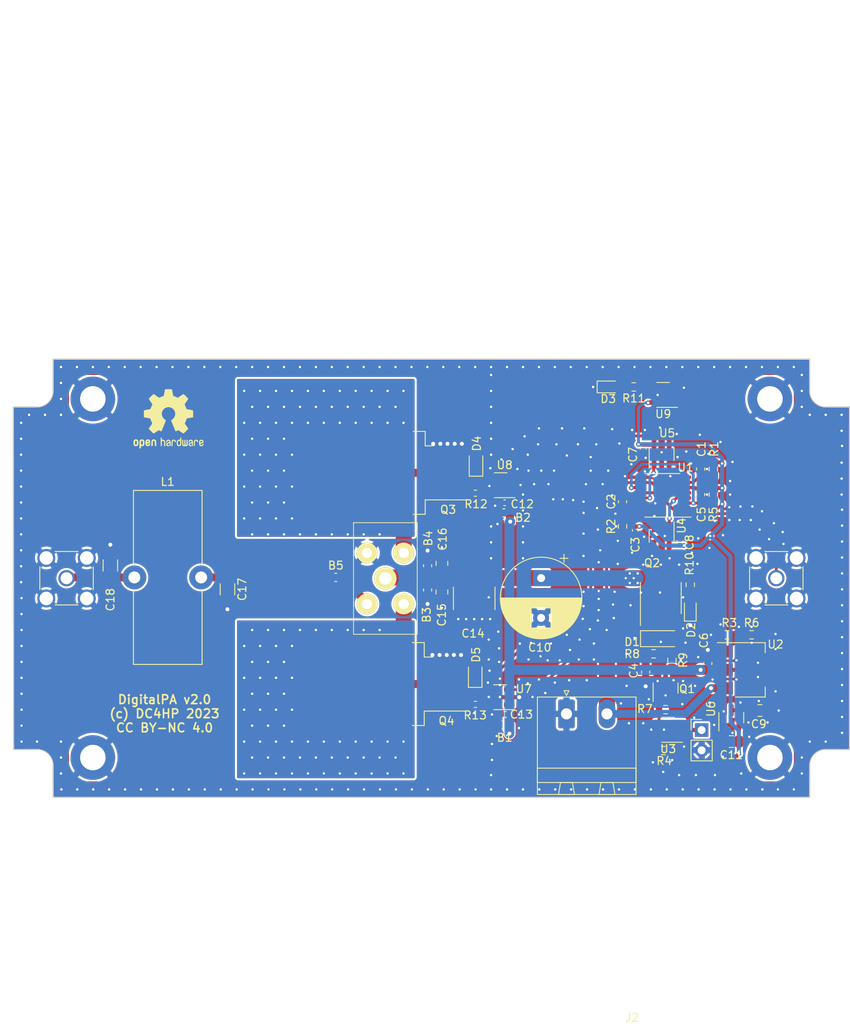
<source format=kicad_pcb>
(kicad_pcb (version 20221018) (generator pcbnew)
  (title_block (title "Hermes-Lite 2.0") (date "2019-08-11") (rev "2.0-build9") (company "SofterHardware") (comment 1 "KF7O Steve Haynal") (comment 4 "AISLER Project ID: GROBADQR"))
  (layers (0 "F.Cu" signal) (31 "B.Cu" signal) (34 "B.Paste" user) (35 "F.Paste" user) (36 "B.SilkS" user "B.Silkscreen") (37 "F.SilkS" user "F.Silkscreen") (38 "B.Mask" user) (39 "F.Mask" user) (44 "Edge.Cuts" user))
  (net 0 "")
  (net 1 "GND")
  (net 2 "+5V")
  (net 3 "Net-(T1-S2)")
  (net 4 "+VPA")
  (net 5 "VIN")
  (net 6 "Net-(U1B-RCext)")
  (net 7 "Net-(U1A-RCext)")
  (net 8 "Net-(U1A-Clr)")
  (net 9 "Net-(RF1-In)")
  (net 10 "Net-(D1-A)")
  (net 11 "Net-(D2-A)")
  (net 12 "Net-(D3-A)")
  (net 13 "Net-(D4-K)")
  (net 14 "+12V")
  (net 15 "Net-(D5-K)")
  (net 16 "Net-(J1-In)")
  (net 17 "/{slash}ENABLE")
  (net 18 "Net-(B5-Pad1)")
  (net 19 "Net-(Q1-G)")
  (net 20 "Net-(Q1-D)")
  (net 21 "Net-(Q3-G)")
  (net 22 "Net-(Q4-G)")
  (net 23 "Net-(U2-ADJ)")
  (net 24 "Net-(U1A-~{Q})")
  (net 25 "Net-(U1B-Q)")
  (net 26 "Net-(U1B-~{Q})")
  (net 27 "Net-(U1A-Q)")
  (net 28 "Net-(U4-Pad4)")
  (net 29 "Net-(U5-Pad4)")
  (net 30 "Net-(R11-Pad1)")
  (net 31 "Net-(R12-Pad2)")
  (net 32 "Net-(R13-Pad1)")
  (footprint "HERMESLITE:BN202V" (layer "F.Cu") (at 116.675 112.531249 180)
    (fp_text reference "T1" hide)
    (fp_text value "BN 61-202, 2+2T:6T")
  )
  (footprint "Capacitor_SMD:C_1206_3216Metric" (layer "F.Cu") (at 82.15 110.9 90)
    (fp_text reference "C18")
    (fp_text value "100p")
  )
  (footprint "Resistor_SMD:R_0402_1005Metric" (layer "F.Cu") (at 127.975 101.831249)
    (fp_text reference "R12")
    (fp_text value "3.3")
  )
  (footprint "Package_TO_SOT_SMD:SOT-23-5" (layer "F.Cu") (at 131.15 100.831249 180)
    (fp_text reference "U8")
    (fp_text value "UCC27517A")
  )
  (footprint "Resistor_SMD:R_0603_1608Metric" (layer "F.Cu") (at 151.575 134.125002)
    (fp_text reference "R4")
    (fp_text value "4.7k")
  )
  (footprint "Package_TO_SOT_SMD:TSOT-23-5" (layer "F.Cu") (at 151.55 89.5 180)
    (fp_text reference "U9")
    (fp_text value "74LVC1G04")
  )
  (footprint "Diode_SMD:D_SOD-323F" (layer "F.Cu") (at 128.05 98.2 90)
    (fp_text reference "D4")
    (fp_text value "np")
  )
  (footprint "Package_SO:SOIC-8_3.9x4.9mm_P1.27mm" (layer "F.Cu") (at 151.25 114.987499 90)
    (fp_text reference "Q2")
    (fp_text value "IRF7404")
  )
  (footprint "Resistor_SMD:R_0603_1608Metric" (layer "F.Cu") (at 147.85 88.5 180)
    (fp_text reference "R11")
    (fp_text value "220")
  )
  (footprint "Resistor_SMD:R_0603_1608Metric" (layer "F.Cu") (at 157.85 98.8 -90)
    (fp_text reference "R1")
    (fp_text value "10k")
  )
  (footprint "Capacitor_SMD:C_0402_1005Metric" (layer "F.Cu") (at 149.05 96.2 -90)
    (fp_text reference "C7")
    (fp_text value "100n")
  )
  (footprint "Package_TO_SOT_SMD:SOT-23-5" (layer "F.Cu") (at 131.075 127.431249 180)
    (fp_text reference "U7")
    (fp_text value "UCC27517A")
  )
  (footprint "Resistor_SMD:R_0603_1608Metric" (layer "F.Cu") (at 152.65 122.787498 -90)
    (fp_text reference "R9")
    (fp_text value "1k")
  )
  (footprint "Connector_PinHeader_2.54mm:PinHeader_1x02_P2.54mm_Vertical" (layer "F.Cu") (at 156.375001 131.550001)
    (fp_text reference "J3" hide)
    (fp_text value "Conn_01x02_Male")
  )
  (footprint "Package_TO_SOT_SMD:TSOT-23-5" (layer "F.Cu") (at 152.175 131.525001 180)
    (fp_text reference "U3")
    (fp_text value "74LVC1G04")
  )
  (footprint "Package_TO_SOT_SMD:SOT-23" (layer "F.Cu") (at 151.85 126.287499 90)
    (fp_text reference "Q1")
    (fp_text value "BSS138")
  )
  (footprint "Capacitor_THT:CP_Radial_D10.0mm_P5.00mm" (layer "F.Cu") (at 136.225 112.481249 -90)
    (fp_text reference "C10")
    (fp_text value "330u")
  )
  (footprint "Resistor_SMD:R_0603_1608Metric" (layer "F.Cu") (at 157.85 102 -90)
    (fp_text reference "R5")
    (fp_text value "10k")
  )
  (footprint "Capacitor_SMD:C_0603_1608Metric" (layer "F.Cu") (at 149.35 124.262499 -90)
    (fp_text reference "C4")
    (fp_text value "100n")
  )
  (footprint "Package_TO_SOT_SMD:TSOT-23-5" (layer "F.Cu") (at 151.35 107.2 -90)
    (fp_text reference "U4")
    (fp_text value "74LVC1G02")
  )
  (footprint "Diode_SMD:D_MiniMELF" (layer "F.Cu") (at 151.249999 120.087499)
    (fp_text reference "D1")
    (fp_text value "5.1V")
  )
  (footprint "MountingHole:MountingHole_3.2mm_M3_DIN965_Pad" (layer "F.Cu") (at 164.95 135)
    (fp_text reference "H1" hide)
    (fp_text value "MountingHole_Pad")
  )
  (footprint "MountingHole:MountingHole_3.2mm_M3_DIN965_Pad" (layer "F.Cu") (at 79.95 135)
    (fp_text reference "H2" hide)
    (fp_text value "MountingHole_Pad")
  )
  (footprint "Package_SO:TSSOP-16_4.4x5mm_P0.65mm" (layer "F.Cu") (at 151.45 102.1 180)
    (fp_text reference "U1")
    (fp_text value "74HC123")
  )
  (footprint "Capacitor_SMD:C_2220_5650Metric" (layer "F.Cu") (at 127.825 115.031249 -90)
    (fp_text reference "C14")
    (fp_text value "33u")
  )
  (footprint "Connector_Coaxial:SMA_Amphenol_901-144_Vertical" (layer "F.Cu") (at 76.65 112.5 180)
    (fp_text reference "RF1" hide)
    (fp_text value "SMA/BNC")
  )
  (footprint "Connector_Coaxial:SMA_Amphenol_901-144_Vertical" (layer "F.Cu") (at 165.75 112.5)
    (fp_text reference "J1" hide)
    (fp_text value "Conn_Coaxial")
  )
  (footprint "Capacitor_SMD:C_0805_2012Metric" (layer "F.Cu") (at 160.1 133 180)
    (fp_text reference "C11")
    (fp_text value "2.2u")
  )
  (footprint "Capacitor_SMD:C_0402_1005Metric" (layer "F.Cu") (at 153.65 107.9 90)
    (fp_text reference "C8")
    (fp_text value "100n")
  )
  (footprint "Diode_SMD:D_SOD-323F" (layer "F.Cu") (at 127.95 124.7 90)
    (fp_text reference "D5")
    (fp_text value "np")
  )
  (footprint "Capacitor_SMD:C_0603_1608Metric" (layer "F.Cu") (at 110.45 112.4)
    (fp_text reference "B5")
    (fp_text value "0.1uF")
  )
  (footprint "Capacitor_SMD:C_0603_1608Metric" (layer "F.Cu") (at 156.25 98.8 90)
    (fp_text reference "C1")
    (fp_text value "150p")
  )
  (footprint "Capacitor_SMD:C_0805_2012Metric" (layer "F.Cu") (at 163.7 129.1)
    (fp_text reference "C9")
    (fp_text value "1u")
  )
  (footprint "Symbol:OSHW-Logo2_9.8x8mm_SilkScreen" (layer "F.Cu") (at 89.45 92.5)
    (fp_text reference "REF**" hide)
    (fp_text value "OSHW-Logo2_9.8x8mm_SilkScreen" hide)
  )
  (footprint "Capacitor_SMD:C_0603_1608Metric" (layer "F.Cu") (at 157.15 123.2 90)
    (fp_text reference "C6")
    (fp_text value "100n")
  )
  (footprint "Package_TO_SOT_SMD:SOT-23" (layer "F.Cu") (at 160.1 130 90)
    (fp_text reference "U6")
    (fp_text value "AP2210-5.0")
  )
  (footprint "Capacitor_SMD:C_0402_1005Metric" (layer "F.Cu") (at 131.65 103.031249 180)
    (fp_text reference "C12")
    (fp_text value "1n")
  )
  (footprint "Inductor_THT:L_Toroid_Vertical_L21.6mm_W8.4mm_P8.38mm_Pulse_G" (layer "F.Cu") (at 93.545 112.4 -90)
    (fp_text reference "L1")
    (fp_text value "318.5nH")
  )
  (footprint "Capacitor_SMD:C_0402_1005Metric" (layer "F.Cu") (at 131.75 129.6 180)
    (fp_text reference "C13")
    (fp_text value "1n")
  )
  (footprint "Capacitor_SMD:C_0603_1608Metric" (layer "F.Cu") (at 121.975 110.931249 -90)
    (fp_text reference "B4")
    (fp_text value "0.1uF")
  )
  (footprint "Resistor_SMD:R_0603_1608Metric" (layer "F.Cu") (at 159.55 119.6 180)
    (fp_text reference "R3")
    (fp_text value "1k")
  )
  (footprint "Capacitor_SMD:C_0805_2012Metric" (layer "F.Cu") (at 123.775 114.231249 -90)
    (fp_text reference "C15")
    (fp_text value "1uF")
  )
  (footprint "Package_TO_SOT_SMD:SOT-223-3_TabPin2" (layer "F.Cu") (at 162.45 124)
    (fp_text reference "U2")
    (fp_text value "AZ1117-ADJ")
  )
  (footprint "Capacitor_SMD:C_1206_3216Metric" (layer "F.Cu") (at 96.85 113.9 -90)
    (fp_text reference "C17")
    (fp_text value "100p")
  )
  (footprint "Capacitor_SMD:C_0603_1608Metric" (layer "F.Cu") (at 146.45 102.9 90)
    (fp_text reference "C2")
    (fp_text value "150p")
  )
  (footprint "MountingHole:MountingHole_3.2mm_M3_DIN965_Pad" (layer "F.Cu") (at 79.95 90)
    (fp_text reference "H4" hide)
    (fp_text value "MountingHole_Pad")
  )
  (footprint "Capacitor_SMD:C_0805_2012Metric" (layer "F.Cu") (at 123.775 110.631249 90)
    (fp_text reference "C16")
    (fp_text value "1uF")
  )
  (footprint "Capacitor_SMD:C_0402_1005Metric" (layer "F.Cu") (at 148.05 106.5 -90)
    (fp_text reference "C3")
    (fp_text value "100n")
  )
  (footprint "Resistor_SMD:R_0603_1608Metric" (layer "F.Cu") (at 150.349999 121.987499)
    (fp_text reference "R8")
    (fp_text value "100k")
  )
  (footprint "Resistor_SMD:R_0603_1608Metric" (layer "F.Cu") (at 151.850001 128.987499)
    (fp_text reference "R7")
    (fp_text value "100k")
  )
  (footprint "Capacitor_SMD:C_0603_1608Metric" (layer "F.Cu") (at 131.55 104.306249)
    (fp_text reference "B2")
    (fp_text value "0.1uF")
  )
  (footprint "Package_TO_SOT_SMD:TO-263-3_TabPin2" (layer "F.Cu") (at 118.600001 125.781249 180)
    (fp_text reference "Q4")
    (fp_text value "IRF510")
  )
  (footprint "Resistor_SMD:R_0603_1608Metric" (layer "F.Cu") (at 154.950001 113.312501 -90)
    (fp_text reference "R10")
    (fp_text value "2.2k")
  )
  (footprint "Package_TO_SOT_SMD:TO-263-3_TabPin2" (layer "F.Cu") (at 118.725 99.281249 180)
    (fp_text reference "Q3")
    (fp_text value "IRF510")
  )
  (footprint "Capacitor_SMD:C_0603_1608Metric" (layer "F.Cu") (at 121.974999 113.98125 90)
    (fp_text reference "B3")
    (fp_text value "0.1uF")
  )
  (footprint "Package_TO_SOT_SMD:TSOT-23-5" (layer "F.Cu") (at 151.35 96.9 90)
    (fp_text reference "U5")
    (fp_text value "74LVC1G00")
  )
  (footprint "Connector_Phoenix_MSTB:PhoenixContact_MSTBA_2,5_2-G-5,08_1x02_P5.08mm_Horizontal" (layer "F.Cu") (at 139.41 129.5225)
    (fp_text reference "J2")
    (fp_text value "Conn_01x02_Male")
  )
  (footprint "Capacitor_SMD:C_0603_1608Metric" (layer "F.Cu") (at 156.25 102 90)
    (fp_text reference "C5")
    (fp_text value "1n")
  )
  (footprint "Resistor_SMD:R_0603_1608Metric" (layer "F.Cu") (at 162.65 119.6 180)
    (fp_text reference "R6")
    (fp_text value "120")
  )
  (footprint "LED_SMD:LED_0603_1608Metric" (layer "F.Cu") (at 154.950002 116.400002 90)
    (fp_text reference "D2")
    (fp_text value "rd")
  )
  (footprint "Resistor_SMD:R_0402_1005Metric" (layer "F.Cu") (at 127.975 128.331249 180)
    (fp_text reference "R13")
    (fp_text value "3.3")
  )
  (footprint "Capacitor_SMD:C_0603_1608Metric" (layer "F.Cu") (at 131.45 130.899999)
    (fp_text reference "B1")
    (fp_text value "0.1uF")
  )
  (footprint "Resistor_SMD:R_0603_1608Metric" (layer "F.Cu") (at 146.45 106 90)
    (fp_text reference "R2")
    (fp_text value "10k")
  )
  (footprint "MountingHole:MountingHole_3.2mm_M3_DIN965_Pad" (layer "F.Cu") (at 164.95 90)
    (fp_text reference "H3" hide)
    (fp_text value "MountingHole_Pad")
  )
  (footprint "LED_SMD:LED_0603_1608Metric" (layer "F.Cu") (at 144.75 88.5)
    (fp_text reference "D3")
    (fp_text value "gn")
  )
  (gr_arc (start 169.95 136) (mid 170.535786 134.585786) (end 171.95 134) (stroke (width 0.1)) (layer "Edge.Cuts"))
  (gr_line (start 169.95 85) (end 169.95 89) (stroke (width 0.15)) (layer "Edge.Cuts"))
  (gr_line (start 72.95 134) (end 70 134) (stroke (width 0.15)) (layer "Edge.Cuts"))
  (gr_arc (start 74.95 89) (mid 74.364214 90.414214) (end 72.95 91) (stroke (width 0.1)) (layer "Edge.Cuts"))
  (gr_line (start 69.95 91) (end 72.95 91) (stroke (width 0.15)) (layer "Edge.Cuts"))
  (gr_line (start 74.95 89) (end 74.95 85) (stroke (width 0.15)) (layer "Edge.Cuts"))
  (gr_line (start 169.95 136) (end 169.95 140) (stroke (width 0.15)) (layer "Edge.Cuts"))
  (gr_line (start 171.95 134) (end 174.95 134) (stroke (width 0.15)) (layer "Edge.Cuts"))
  (gr_line (start 171.95 91) (end 174.95 91) (stroke (width 0.15)) (layer "Edge.Cuts"))
  (gr_line (start 74.95 140) (end 74.95 136) (stroke (width 0.15)) (layer "Edge.Cuts"))
  (gr_line (start 74.95 85) (end 169.95 85) (stroke (width 0.15)) (layer "Edge.Cuts"))
  (gr_arc (start 171.95 91) (mid 170.535786 90.414214) (end 169.95 89) (stroke (width 0.1)) (layer "Edge.Cuts"))
  (gr_arc (start 72.95 134) (mid 74.364214 134.585786) (end 74.95 136) (stroke (width 0.1)) (layer "Edge.Cuts"))
  (gr_line (start 74.95 140) (end 169.95 140) (stroke (width 0.15)) (layer "Edge.Cuts"))
  (gr_line (start 70 134) (end 69.95 91) (stroke (width 0.15)) (layer "Edge.Cuts"))
  (gr_line (start 174.95 91) (end 174.95 134) (stroke (width 0.15)) (layer "Edge.Cuts"))
  (gr_text "DigitalPA v2.0\n(c) DC4HP 2023\nCC BY-NC 4.0" (at 88.95 129.5) (layer "F.SilkS") (effects (font (size 1.1 1.1) (thickness 0.2))))
  (segment (start 154.95 118.4) (end 154.950002 117.187503) (width 0.35) (layer "F.Cu") (net 1))
  (segment (start 132.2125 127.431249) (end 133.475 127.431249) (width 0.5) (layer "F.Cu") (net 1))
  (segment (start 157.15 122.425) (end 157.15 121.499999) (width 1) (layer "F.Cu") (net 1))
  (segment (start 157.05 102) (end 157.025 102) (width 0.35) (layer "F.Cu") (net 1))
  (segment (start 153.475 101.125) (end 152.75 100.4) (width 0.35) (layer "F.Cu") (net 1))
  (segment (start 124.733752 123.6) (end 124.375001 123.241249) (width 0.5) (layer "F.Cu") (net 1))
  (segment (start 121.975 110.156248) (end 121.975 109.031248) (width 1) (layer "F.Cu") (net 1))
  (segment (start 123.774999 108.631249) (end 123.775 109.68125) (width 0.7) (layer "F.Cu") (net 1))
  (segment (start 128.05 97.1) (end 124.858751 97.1) (width 0.5) (layer "F.Cu") (net 1))
  (segment (start 96.85 115.375) (end 96.85 116.4) (width 1) (layer "F.Cu") (net 1))
  (segment (start 121.974999 114.75625) (end 121.975 115.731249) (width 1) (layer "F.Cu") (net 1))
  (segment (start 147.4 103.075) (end 146.45 102.125) (width 0.35) (layer "F.Cu") (net 1))
  (segment (start 149.35 125.0375) (end 149.35 126.062499) (width 1) (layer "F.Cu") (net 1))
  (segment (start 154.3125 101.125) (end 153.475 101.125) (width 0.35) (layer "F.Cu") (net 1))
  (segment (start 123.775 116.23125) (end 123.775 115.181249) (width 0.7) (layer "F.Cu") (net 1))
  (segment (start 124.858751 97.1) (end 124.5 96.741249) (width 0.5) (layer "F.Cu") (net 1))
  (segment (start 127.95 123.6) (end 124.733752 123.6) (width 0.5) (layer "F.Cu") (net 1))
  (segment (start 148.5875 103.075) (end 147.4 103.075) (width 0.35) (layer "F.Cu") (net 1))
  (segment (start 152.799999 128.862498) (end 152.675 128.987499) (width 0.5) (layer "F.Cu") (net 1))
  (segment (start 148.5875 103.075) (end 149.525 103.075) (width 0.35) (layer "F.Cu") (net 1))
  (segment (start 82.15 109.425) (end 82.15 108.3) (width 1) (layer "F.Cu") (net 1))
  (segment (start 152.8 127.124998) (end 152.799999 128.862498) (width 0.5) (layer "F.Cu") (net 1))
  (segment (start 157.025 102) (end 156.25 101.225) (width 0.35) (layer "F.Cu") (net 1))
  (segment (start 149.525 103.075) (end 150.15 103.7) (width 0.35) (layer "F.Cu") (net 1))
  (via (at 168.95 91) (size 0.6) (drill 0.3) (layers "F.Cu" "B.Cu") (net 1))
  (via (at 134.15 94.7) (size 0.6) (drill 0.3) (layers "F.Cu" "B.Cu") (net 1))
  (via (at 138.55 122.8) (size 0.6) (drill 0.3) (layers "F.Cu" "B.Cu") (net 1))
  (via (at 107.95 86) (size 0.6) (drill 0.3) (layers "F.Cu" "B.Cu") (net 1))
  (via (at 144.45 119) (size 0.6) (drill 0.3) (layers "F.Cu" "B.Cu") (net 1))
  (via (at 70.95 105) (size 0.6) (drill 0.3) (layers "F.Cu" "B.Cu") (net 1))
  (via (at 141.45 117.6) (size 0.6) (drill 0.3) (layers "F.Cu" "B.Cu") (net 1))
  (via (at 71 129) (size 0.6) (drill 0.3) (layers "F.Cu" "B.Cu") (net 1))
  (via (at 129.85 98.7) (size 0.6) (drill 0.3) (layers "F.Cu" "B.Cu") (net 1))
  (via (at 129.95 89) (size 0.6) (drill 0.3) (layers "F.Cu" "B.Cu") (net 1))
  (via (at 157.05 102) (size 0.6) (drill 0.3) (layers "F.Cu" "B.Cu") (net 1))
  (via (at 124.375 122.131249) (size 0.8) (drill 0.5) (layers "F.Cu" "B.Cu") (net 1))
  (via (at 75.95 90) (size 0.6) (drill 0.3) (layers "F.Cu" "B.Cu") (net 1))
  (via (at 145.95 86) (size 0.6) (drill 0.3) (layers "F.Cu" "B.Cu") (net 1))
  (via (at 157.75 125.2) (size 0.6) (drill 0.3) (layers "F.Cu" "B.Cu") (net 1))
  (via (at 86 139) (size 0.6) (drill 0.3) (layers "F.Cu" "B.Cu") (net 1))
  (via (at 147.95 86) (size 0.6) (drill 0.3) (layers "F.Cu" "B.Cu") (net 1))
  (via (at 75.95 135) (size 0.6) (drill 0.3) (layers "F.Cu" "B.Cu") (net 1))
  (via (at 129.95 86) (size 0.6) (drill 0.3) (layers "F.Cu" "B.Cu") (net 1))
  (via (at 71 115) (size 0.6) (drill 0.3) (layers "F.Cu" "B.Cu") (net 1))
  (via (at 135.15 127.4) (size 0.6) (drill 0.3) (layers "F.Cu" "B.Cu") (net 1))
  (via (at 150.85 89.5) (size 0.6) (drill 0.3) (layers "F.Cu" "B.Cu") (net 1))
  (via (at 162.25 130.6) (size 0.6) (drill 0.3) (layers "F.Cu" "B.Cu") (net 1))
  (via (at 149.15 107.3) (size 0.6) (drill 0.3) (layers "F.Cu" "B.Cu") (net 1))
  (via (at 133.45 129.6) (size 0.6) (drill 0.3) (layers "F.Cu" "B.Cu") (net 1))
  (via (at 161.25 128.1) (size 0.6) (drill 0.3) (layers "F.Cu" "B.Cu") (net 1))
  (via (at 152.45 99.7) (size 0.6) (drill 0.3) (layers "F.Cu" "B.Cu") (net 1))
  (via (at 145.35 103.1) (size 0.6) (drill 0.3) (layers "F.Cu" "B.Cu") (net 1))
  (via (at 123.774999 108.631249) (size 0.6) (drill 0.3) (layers "F.Cu" "B.Cu") (net 1))
  (via (at 168.95 89) (size 0.6) (drill 0.3) (layers "F.Cu" "B.Cu") (net 1))
  (via (at 125.95 86) (size 0.6) (drill 0.3) (layers "F.Cu" "B.Cu") (net 1))
  (via (at 155.45 130) (size 0.6) (drill 0.3) (layers "F.Cu" "B.Cu") (net 1))
  (via (at 159.85 105.2) (size 0.6) (drill 0.3) (layers "F.Cu" "B.Cu") (net 1))
  (via (at 130.05 129.6) (size 0.6) (drill 0.3) (layers "F.Cu" "B.Cu") (net 1))
  (via (at 165.65 126.7) (size 0.6) (drill 0.3) (layers "F.Cu" "B.Cu") (net 1))
  (via (at 126.825 117.631249) (size 0.6) (drill 0.3) (layers "F.Cu" "B.Cu") (net 1))
  (via (at 100 139) (size 0.6) (drill 0.3) (layers "F.Cu" "B.Cu") (net 1))
  (via (at 105.95 86) (size 0.6) (drill 0.3) (layers "F.Cu" "B.Cu") (net 1))
  (via (at 101.95 86) (size 0.6) (drill 0.3) (layers "F.Cu" "B.Cu") (net 1))
  (via (at 77.95 86) (size 0.6) (drill 0.3) (layers "F.Cu" "B.Cu") (net 1))
  (via (at 136.15 122.3) (size 0.6) (drill 0.3) (layers "F.Cu" "B.Cu") (net 1))
  (via (at 142.85 120.7) (size 0.6) (drill 0.3) (layers "F.Cu" "B.Cu") (net 1))
  (via (at 152.85 125.3) (size 0.6) (drill 0.3) (layers "F.Cu" "B.Cu") (net 1))
  (via (at 130.65 132.3) (size 0.6) (drill 0.3) (layers "F.Cu" "B.Cu") (net 1))
  (via (at 153.25 94.4) (size 0.6) (drill 0.3) (layers "F.Cu" "B.Cu") (net 1))
  (via (at 143.45 116.5) (size 0.6) (drill 0.3) (layers "F.Cu" "B.Cu") (net 1))
  (via (at 154 139) (size 0.6) (drill 0.3) (layers "F.Cu" "B.Cu") (net 1))
  (via (at 133.25 98.8) (size 0.6) (drill 0.3) (layers "F.Cu" "B.Cu") (net 1))
  (via (at 159.05 134.9) (size 0.6) (drill 0.3) (layers "F.Cu" "B.Cu") (net 1))
  (via (at 71 121) (size 0.6) (drill 0.3) (layers "F.Cu" "B.Cu") (net 1))
  (via (at 131.05 125.1) (size 0.6) (drill 0.3) (layers "F.Cu" "B.Cu") (net 1))
  (via (at 154.05 114.9) (size 0.6) (drill 0.3) (layers "F.Cu" "B.Cu") (net 1))
  (via (at 168.95 135) (size 0.6) (drill 0.3) (layers "F.Cu" "B.Cu") (net 1))
  (via (at 149.35 126.062499) (size 0.8) (drill 0.5) (layers "F.Cu" "B.Cu") (net 1))
  (via (at 99.95 86) (size 0.6) (drill 0.3) (layers "F.Cu" "B.Cu") (net 1))
  (via (at 133.95 108) (size 0.6) (drill 0.3) (layers "F.Cu" "B.Cu") (net 1))
  (via (at 145.25 115.8) (size 0.6) (drill 0.3) (layers "F.Cu" "B.Cu") (net 1))
  (via (at 148 139) (size 0.6) (drill 0.3) (layers "F.Cu" "B.Cu") (net 1))
  (via (at 143.95 86) (size 0.6) (drill 0.3) (layers "F.Cu" "B.Cu") (net 1))
  (via (at 126.275 95.631249) (size 0.8) (drill 0.5) (layers "F.Cu" "B.Cu") (net 1))
  (via (at 80 139) (size 0.6) (drill 0.3) (layers "F.Cu" "B.Cu") (net 1))
  (via (at 135.95 93.7) (size 0.6) (drill 0.3) (layers "F.Cu" "B.Cu") (net 1))
  (via (at 163.95 86) (size 0.6) (drill 0.3) (layers "F.Cu" "B.Cu") (net 1))
  (via (at 174 125.9) (size 0.6) (drill 0.3) (layers "F.Cu" "B.Cu") (net 1))
  (via (at 160 139) (size 0.6) (drill 0.3) (layers "F.Cu" "B.Cu") (net 1))
  (via (at 149.95 86) (size 0.6) (drill 0.3) (layers "F.Cu" "B.Cu") (net 1))
  (via (at 153.75 99) (size 0.6) (drill 0.3) (layers "F.Cu" "B.Cu") (net 1))
  (via (at 110 139) (size 0.6) (drill 0.3) (layers "F.Cu" "B.Cu") (net 1))
  (via (at 141.65 93.7) (size 0.6) (drill 0.3) (layers "F.Cu" "B.Cu") (net 1))
  (via (at 146.25 128.2) (size 0.6) (drill 0.3) (layers "F.Cu" "B.Cu") (net 1))
  (via (at 136.75 126.9) (size 0.6) (drill 0.3) (layers "F.Cu" "B.Cu") (net 1))
  (via (at 133.95 86) (size 0.6) (drill 0.3) (layers "F.Cu" "B.Cu") (net 1))
  (via (at 147.65 109.3) (size 0.6) (drill 0.3) (layers "F.Cu" "B.Cu") (net 1))
  (via (at 143.15 95.7) (size 0.6) (drill 0.3) (layers "F.Cu" "B.Cu") (net 1))
  (via (at 131.95 139) (size 0.6) (drill 0.3) (layers "F.Cu" "B.Cu") (net 1))
  (via (at 151.55 136.8) (size 0.6) (drill 0.3) (layers "F.Cu" "B.Cu") (net 1))
  (via (at 129.825 117.631249) (size 0.6) (drill 0.3) (layers "F.Cu" "B.Cu") (net 1))
  (via (at 114 139) (size 0.6) (drill 0.3) (layers "F.Cu" "B.Cu") (net 1))
  (via (at 173.95 92) (size 0.6) (drill 0.3) (layers "F.Cu" "B.Cu") (net 1))
  (via (at 143.95 100.7) (size 0.6) (drill 0.3) (layers "F.Cu" "B.Cu") (net 1))
  (via (at 84 139) (size 0.6) (drill 0.3) (layers "F.Cu" "B.Cu") (net 1))
  (via (at 161.15 105.2) (size 0.6) (drill 0.3) (layers "F.Cu" "B.Cu") (net 1))
  (via (at 75.95 133) (size 0.6) (drill 0.3) (layers "F.Cu" "B.Cu") (net 1))
  (via (at 169.95 92) (size 0.6) (drill 0.3) (layers "F.Cu" "B.Cu") (net 1))
  (via (at 146.05 95.6) (size 0.6) (drill 0.3) (layers "F.Cu" "B.Cu") (net 1))
  (via (at 174 109.9) (size 0.6) (drill 0.3) (layers "F.Cu" "B.Cu") (net 1))
  (via (at 164 139) (size 0.6) (drill 0.3) (layers "F.Cu" "B.Cu") (net 1))
  (via (at 70.95 107) (size 0.6) (drill 0.3) (layers "F.Cu" "B.Cu") (net 1))
  (via (at 129.95 91) (size 0.6) (drill 0.3) (layers "F.Cu" "B.Cu") (net 1))
  (via (at 129.95 137.2) (size 0.6) (drill 0.3) (layers "F.Cu" "B.Cu") (net 1))
  (via (at 173.95 102) (size 0.6) (drill 0.3) (layers "F.Cu" "B.Cu") (net 1))
  (via (at 155.05 98.1) (size 0.6) (drill 0.3) (layers "F.Cu" "B.Cu") (net 1))
  (via (at 174 95.9) (size 0.6) (drill 0.3) (layers "F.Cu" "B.Cu") (net 1))
  (via (at 143.45 115.1) (size 0.6) (drill 0.3) (layers "F.Cu" "B.Cu") (net 1))
  (via (at 83.95 86) (size 0.6) (drill 0.3) (layers "F.Cu" "B.Cu") (net 1))
  (via (at 130.95 121.3) (size 0.6) (drill 0.3) (layers "F.Cu" "B.Cu") (net 1))
  (via (at 155.95 107.5) (size 0.6) (drill 0.3) (layers "F.Cu" "B.Cu") (net 1))
  (via (at 149.25 99.1) (size 0.6) (drill 0.3) (layers "F.Cu" "B.Cu") (net 1))
  (via (at 154.05 118.8) (size 0.6) (drill 0.3) (layers "F.Cu" "B.Cu") (net 1))
  (via (at 71 123) (size 0.6) (drill 0.3) (layers "F.Cu" "B.Cu") (net 1))
  (via (at 149.35 97.4) (size 0.6) (drill 0.3) (layers "F.Cu" "B.Cu") (net 1))
  (via (at 129.95 139) (size 0.6) (drill 0.3) (layers "F.Cu" "B.Cu") (net 1))
  (via (at 135.95 125.2) (size 0.6) (drill 0.3) (layers "F.Cu" "B.Cu") (net 1))
  (via (at 129.95 93) (size 0.6) (drill 0.3) (layers "F.Cu" "B.Cu") (net 1))
  (via (at 133.45 131.3) (size 0.6) (drill 0.3) (layers "F.Cu" "B.Cu") (net 1))
  (via (at 78 139) (size 0.6) (drill 0.3) (layers "F.Cu" "B.Cu") (net 1))
  (via (at 139.75 125.3) (size 0.6) (drill 0.3) (layers "F.Cu" "B.Cu") (net 1))
  (via (at 145.85 107.8) (size 0.6) (drill 0.3) (layers "F.Cu" "B.Cu") (net 1))
  (via (at 133.45 125.2) (size 0.6) (drill 0.3) (layers "F.Cu" "B.Cu") (net 1))
  (via (at 174 117.9) (size 0.6) (drill 0.3) (layers "F.Cu" "B.Cu") (net 1))
  (via (at 161.05 118.6) (size 0.6) (drill 0.3) (layers "F.Cu" "B.Cu") (net 1))
  (via (at 174 107.9) (size 0.6) (drill 0.3) (layers "F.Cu" "B.Cu") (net 1))
  (via (at 92 139) (size 0.6) (drill 0.3) (layers "F.Cu" "B.Cu") (net 1))
  (via (at 160.25 97.9) (size 0.6) (drill 0.3) (layers "F.Cu" "B.Cu") (net 1))
  (via (at 96 139) (size 0.6) (drill 0.3) (layers "F.Cu" "B.Cu") (net 1))
  (via (at 169.95 133) (size 0.6) (drill 0.3) (layers "F.Cu" "B.Cu") (net 1))
  (via (at 146.75 99.7) (size 0.6) (drill 0.3) (layers "F.Cu" "B.Cu") (net 1))
  (via (at 124.474999 95.631249) (size 0.8) (drill 0.5) (layers "F.Cu" "B.Cu") (net 1))
  (via (at 163.45 123.1) (size 0.6) (drill 0.3) (layers "F.Cu" "B.Cu") (net 1))
  (via (at 145.15 93.8) (size 0.6) (drill 0.3) (layers "F.Cu" "B.Cu") (net 1))
  (via (at 133.65 100.8) (size 0.6) (drill 0.3) (layers "F.Cu" "B.Cu") (net 1))
  (via (at 98 139) (size 0.6) (drill 0.3) (layers "F.Cu" "B.Cu") (net 1))
  (via (at 161.25 103.5) (size 0.6) (drill 0.3) (layers "F.Cu" "B.Cu") (net 1))
  (via (at 138.15 95.7) (size 0.6) (drill 0.3) (layers "F.Cu" "B.Cu") (net 1))
  (via (at 70.95 93) (size 0.6) (drill 0.3) (layers "F.Cu" "B.Cu") (net 1))
  (via (at 156.15 94.5) (size 0.6) (drill 0.3) (layers "F.Cu" "B.Cu") (net 1))
  (via (at 163.65 106.4) (size 0.6) (drill 0.3) (layers "F.Cu" "B.Cu") (net 1))
  (via (at 145.35 117.5) (size 0.6) (drill 0.3) (layers "F.Cu" "B.Cu") (net 1))
  (via (at 140.95 122.7) (size 0.6) (drill 0.3) (layers "F.Cu" "B.Cu") (net 1))
  (via (at 129.95 97) (size 0.6) (drill 0.3) (layers "F.Cu" "B.Cu") (net 1))
  (via (at 140.25 102.7) (size 0.6) (drill 0.3) (layers "F.Cu" "B.Cu") (net 1))
  (via (at 163.95 104.1) (size 0.6) (drill 0.3) (layers "F.Cu" "B.Cu") (net 1))
  (via (at 141.55 104.3) (size 0.6) (drill 0.3) (layers "F.Cu" "B.Cu") (net 1))
  (via (at 130.05 135.3) (size 0.6) (drill 0.3) (layers "F.Cu" "B.Cu") (net 1))
  (via (at 125.275 122.131249) (size 0.8) (drill 0.5) (layers "F.Cu" "B.Cu") (net 1))
  (via (at 151.65 131.5) (size 0.6) (drill 0.3) (layers "F.Cu" "B.Cu") (net 1))
  (via (at 167.95 86) (size 0.6) (drill 0.3) (layers "F.Cu" "B.Cu") (net 1))
  (via (at 133.95 106) (size 0.6) (drill 0.3) (layers "F.Cu" "B.Cu") (net 1))
  (via (at 70.95 99) (size 0.6) (drill 0.3) (layers "F.Cu" "B.Cu") (net 1))
  (via (at 122.575 122.131249) (size 0.8) (drill 0.5) (layers "F.Cu" "B.Cu") (net 1))
  (via (at 137.95 125.6) (size 0.6) (drill 0.3) (layers "F.Cu" "B.Cu") (net 1))
  (via (at 119.95 86) (size 0.6) (drill 0.3) (layers "F.Cu" "B.Cu") (net 1))
  (via (at 113.95 86) (size 0.6) (drill 0.3) (layers "F.Cu" "B.Cu") (net 1))
  (via (at 70.95 111) (size 0.6) (drill 0.3) (layers "F.Cu" "B.Cu") (net 1))
  (via (at 89.95 86) (size 0.6) (drill 0.3) (layers "F.Cu" "B.Cu") (net 1))
  (via (at 129.95 95) (size 0.6) (drill 0.3) (layers "F.Cu" "B.Cu") (net 1))
  (via (at 149.05 110.8) (size 0.6) (drill 0.3) (layers "F.Cu" "B.Cu") (net 1))
  (via (at 108 139) (size 0.6) (drill 0.3) (layers "F.Cu" "B.Cu") (net 1))
  (via (at 139.45 119.6) (size 0.6) (drill 0.3) (layers "F.Cu" "B.Cu") (net 1))
  (via (at 149.05 130.7) (size 0.6) (drill 0.3) (layers "F.Cu" "B.Cu") (net 1))
  (via (at 141.55 109.7) (size 0.6) (drill 0.3) (layers "F.Cu" "B.Cu") (net 1))
  (via (at 165.95 139) (size 0.6) (drill 0.3) (layers "F.Cu" "B.Cu") (net 1))
  (via (at 129.95 108) (size 0.6) (drill 0.3) (layers "F.Cu" "B.Cu") (net 1))
  (via (at 148.75 114.3) (size 0.6) (drill 0.3) (layers "F.Cu" "B.Cu") (net 1))
  (via (at 130.85 119.2) (size 0.6) (drill 0.3) (layers "F.Cu" "B.Cu") (net 1))
  (via (at 134.95 120.6) (size 0.6) (drill 0.3) (layers "F.Cu" "B.Cu") (net 1))
  (via (at 70.95 95) (size 0.6) (drill 0.3) (layers "F.Cu" "B.Cu") (net 1))
  (via (at 141.55 106.9) (size 0.6) (drill 0.3) (layers "F.Cu" "B.Cu") (net 1))
  (via (at 158 139) (size 0.6) (drill 0.3) (layers "F.Cu" "B.Cu") (net 1))
  (via (at 157.15 121.499999) (size 0.8) (drill 0.5) (layers "F.Cu" "B.Cu") (net 1))
  (via (at 130.75 105.7) (size 0.6) (drill 0.3) (layers "F.Cu" "B.Cu") (net 1))
  (via (at 145.85 110.7) (size 0.6) (drill 0.3) (layers "F.Cu" "B.Cu") (net 1))
  (via (at 129.95 110) (size 0.6) (drill 0.3) (layers "F.Cu" "B.Cu") (net 1))
  (via (at 123.575 95.631249) (size 0.8) (drill 0.5) (layers "F.Cu" "B.Cu") (net 1))
  (via (at 137.45 120.7) (size 0.6) (drill 0.3) (layers "F.Cu" "B.Cu") (net 1))
  (via (at 149.75 127.687499) (size 0.6) (drill 0.3) (layers "F.Cu" "B.Cu") (net 1))
  (via (at 142.75 88.5) (size 0.6) (drill 0.3) (layers "F.Cu" "B.Cu") (net 1))
  (via (at 160.75 122.8) (size 0.6) (drill 0.3) (layers "F.Cu" "B.Cu") (net 1))
  (via (at 141.05 120.2) (size 0.6) (drill 0.3) (layers "F.Cu" "B.Cu") (net 1))
  (via (at 147.65 93.9) (size 0.6) (drill 0.3) (layers "F.Cu" "B.Cu") (net 1))
  (via (at 159.95 102) (size 0.6) (drill 0.3) (layers "F.Cu" "B.Cu") (net 1))
  (via (at 157.25 96.9) (size 0.6) (drill 0.3) (layers "F.Cu" "B.Cu") (net 1))
  (via (at 133.95 139) (size 0.6) (drill 0.3) (layers "F.Cu" "B.Cu") (net 1))
  (via (at 137.75 102.6) (size 0.6) (drill 0.3) (layers "F.Cu" "B.Cu") (net 1))
  (via (at 71 127) (size 0.6) (drill 0.3) (layers "F.Cu" "B.Cu") (net 1))
  (via (at 129.65 122.7) (size 0.6) (drill 0.3) (layers "F.Cu" "B.Cu") (net 1))
  (via (at 124 139) (size 0.6) (drill 0.3) (layers "F.Cu" "B.Cu") (net 1))
  (via (at 135.85 95.7) (size 0.6) (drill 0.3) (layers "F.Cu" "B.Cu") (net 1))
  (via (at 154.35 120.587499) (size 0.6) (drill 0.3) (layers "F.Cu" "B.Cu") (net 1))
  (via (at 159.95 86) (size 0.6) (drill 0.3) (layers "F.Cu" "B.Cu") (net 1))
  (via (at 139.45 97.1) (size 0.6) (drill 0.3) (layers "F.Cu" "B.Cu") (net 1))
  (via (at 145.15 102.1) (size 0.6) (drill 0.3) (layers "F.Cu" "B.Cu") (net 1))
  (via (at 154.175001 133.625001) (size 0.6) (drill 0.3) (layers "F.Cu" "B.Cu") (net 1))
  (via (at 142.35 118.9) (size 0.6) (drill 0.3) (layers "F.Cu" "B.Cu") (net 1))
  (via (at 158.05 137.2) (size 0.6) (drill 0.3) (layers "F.Cu" "B.Cu") (net 1))
  (via (at 70.95 113) (size 0.6) (drill 0.3) (layers "F.Cu" "B.Cu") (net 1))
  (via (at 142.45 99) (size 0.6) (drill 0.3) (layers "F.Cu" "B.Cu") (net 1))
  (via (at 141.95 86) (size 0.6) (drill 0.3) (layers "F.Cu" "B.Cu") (net 1))
  (via (at 151.95 86) (size 0.6) (drill 0.3) (layers "F.Cu" "B.Cu") (net 1))
  (via (at 157.05 98.8) (size 0.6) (drill 0.3) (layers "F.Cu" "B.Cu") (net 1))
  (via (at 137.95 86) (size 0.6) (drill 0.3) (layers "F.Cu" "B.Cu") (net 1))
  (via (at 141.55 114.2) (size 0.6) (drill 0.3) (layers "F.Cu" "B.Cu") (net 1))
  (via (at 122 139) (size 0.6) (drill 0.3) (layers "F.Cu" "B.Cu") (net 1))
  (via (at 159.95 100.3) (size 0.6) (drill 0.3) (layers "F.Cu" "B.Cu") (net 1))
  (via (at 127.875 129.431249) (size 0.6) (drill 0.3) (layers "F.Cu" "B.Cu") (net 1))
  (via (at 90 139) (size 0.6) (drill 0.3) (layers "F.Cu" "B.Cu") (net 1))
  (via (at 144.65 99) (size 0.6) (drill 0.3) (layers "F.Cu" "B.Cu") (net 1))
  (via (at 161.95 86) (size 0.6) (drill 0.3) (layers "F.Cu" "B.Cu") (net 1))
  (via (at 128.825 117.631249) (size 0.6) (drill 0.3) (layers "F.Cu" "B.Cu") (net 1))
  (via (at 136 139) (size 0.6) (drill 0.3) (layers "F.Cu" "B.Cu") (net 1))
  (via (at 141.55 102.9) (size 0.6) (drill 0.3) (layers "F.Cu" "B.Cu") (net 1))
  (via (at 138 139) (size 0.6) (drill 0.3) (layers "F.Cu" "B.Cu") (net 1))
  (via (at 154.05 125.4) (size 0.6) (drill 0.3) (layers "F.Cu" "B.Cu") (net 1))
  (via (at 103.95 86) (size 0.6) (drill 0.3) (layers "F.Cu" "B.Cu") (net 1))
  (via (at 143.35 117.8) (size 0.6) (drill 0.3) (layers "F.Cu" "B.Cu") (net 1))
  (via (at 160.75 125.2) (size 0.6) (drill 0.3) (layers "F.Cu" "B.Cu") (net 1))
  (via (at 159.05 107.1) (size 0.6) (drill 0.3) (layers "F.Cu" "B.Cu") (net 1))
  (via (at 118 139) (size 0.6) (drill 0.3) (layers "F.Cu" "B.Cu") (net 1))
  (via (at 102 139) (size 0.6) (drill 0.3) (layers "F.Cu" "B.Cu") (net 1))
  (via (at 115.95 86) (size 0.6) (drill 0.3) (layers "F.Cu" "B.Cu") (net 1))
  (via (at 123.775 116.23125) (size 0.6) (drill 0.3) (layers "F.Cu" "B.Cu") (net 1))
  (via (at 149.25 93.9) (size 0.6) (drill 0.3) (layers "F.Cu" "B.Cu") (net 1))
  (via (at 146.95 126) (size 0.6) (drill 0.3) (layers "F.Cu" "B.Cu") (net 1))
  (via (at 71 119) (size 0.6) (drill 0.3) (layers "F.Cu" "B.Cu") (net 1))
  (via (at 153.45 105.3) (size 0.6) (drill 0.3) (layers "F.Cu" "B.Cu") (net 1))
  (via (at 174 129.9) (size 0.6) (drill 0.3) (layers "F.Cu" "B.Cu") (net 1))
  (via (at 157.35 108.7) (size 0.6) (drill 0.3) (layers "F.Cu" "B.Cu") (net 1))
  (via (at 161.25 103.5) (size 0.6) (drill 0.3) (layers "F.Cu" "B.Cu") (net 1))
  (via (at 70.95 101) (size 0.6) (drill 0.3) (layers "F.Cu" "B.Cu") (net 1))
  (via (at 153.75 122.787499) (size 0.6) (drill 0.3) (layers "F.Cu" "B.Cu") (net 1))
  (via (at 150 139) (size 0.6) (drill 0.3) (layers "F.Cu" "B.Cu") (net 1))
  (via (at 159.85 103.6) (size 0.6) (drill 0.3) (layers "F.Cu" "B.Cu") (net 1))
  (via (at 174 111.9) (size 0.6) (drill 0.3) (layers "F.Cu" "B.Cu") (net 1))
  (via (at 129.95 106) (size 0.6) (drill 0.3) (layers "F.Cu" "B.Cu") (net 1))
  (via (at 85.95 86) (size 0.6) (drill 0.3) (layers "F.Cu" "B.Cu") (net 1))
  (via (at 133.95 104) (size 0.6) (drill 0.3) (layers "F.Cu" "B.Cu") (net 1))
  (via (at 150.05 131.5) (size 0.6) (drill 0.3) (layers "F.Cu" "B.Cu") (net 1))
  (via (at 150.55 103.1) (size 0.6) (drill 0.3) (layers "F.Cu" "B.Cu") (net 1))
  (via (at 75.95 137) (size 0.6) (drill 0.3) (layers "F.Cu" "B.Cu") (net 1))
  (via (at 127.95 86) (size 0.6) (drill 0.3) (layers "F.Cu" "B.Cu") (net 1))
  (via (at 141.85 100.7) (size 0.6) (drill 0.3) (layers "F.Cu" "B.Cu") (net 1))
  (via (at 163.55 127.9) (size 0.6) (drill 0.3) (layers "F.Cu" "B.Cu") (net 1))
  (via (at 73.95 92) (size 0.6) (drill 0.3) (layers "F.Cu" "B.Cu") (net 1))
  (via (at 173.95 100) (size 0.6) (drill 0.3) (layers "F.Cu" "B.Cu") (net 1))
  (via (at 166.65 108.2) (size 0.6) (drill 0.3) (layers "F.Cu" "B.Cu") (net 1))
  (via (at 121.975 109.031248) (size 0.8) (drill 0.5) (layers "F.Cu" "B.Cu") (net 1))
  (via (at 147.95 120) (size 0.6) (drill 0.3) (layers "F.Cu" "B.Cu") (net 1))
  (via (at 129.65 114.9) (size 0.6) (drill 0.3) (layers "F.Cu" "B.Cu") (net 1))
  (via (at 144 139) (size 0.6) (drill 0.3) (layers "F.Cu" "B.Cu") (net 1))
  (via (at 157.55 119.6) (size 0.6) (drill 0.3) (layers "F.Cu" "B.Cu") (net 1))
  (via (at 153.95 86) (size 0.6) (drill 0.3) (layers "F.Cu" "B.Cu") (net 1))
  (via (at 71 133) (size 0.6) (drill 0.3) (layers "F.Cu" "B.Cu") (net 1))
  (via (at 129.65 120.2) (size 0.6) (drill 0.3) (layers "F.Cu" "B.Cu") (net 1))
  (via (at 130.95 123) (size 0.6) (drill 0.3) (layers "F.Cu" "B.Cu") (net 1))
  (via (at 134.55 97) (size 0.6) (drill 0.3) (layers "F.Cu" "B.Cu") (net 1))
  (via (at 153.55 137.2) (size 0.6) (drill 0.3) (layers "F.Cu" "B.Cu") (net 1))
  (via (at 75.95 92) (size 0.6) (drill 0.3) (layers "F.Cu" "B.Cu") (net 1))
  (via (at 162.65 120.6) (size 0.6) (drill 0.3) (layers "F.Cu" "B.Cu") (net 1))
  (via (at 137.05 122.8) (size 0.6) (drill 0.3) (layers "F.Cu" "B.Cu") (net 1))
  (via (at 138.95 102.6) (size 0.6) (drill 0.3) (layers "F.Cu" "B.Cu") (net 1))
  (via (at 127.825001 117.631249) (size 0.6) (drill 0.3) (layers "F.Cu" "B.Cu") (net 1))
  (via (at 129.75 124.1) (size 0.6) (drill 0.3) (layers "F.Cu" "B.Cu") (net 1))
  (via (at 150.85 125.4) (size 0.6) (drill 0.3) (layers "F.Cu" "B.Cu") (net 1))
  (via (at 157.95 130.9) (size 0.6) (drill 0.3) (layers "F.Cu" "B.Cu") (net 1))
  (via (at 137.85 99) (size 0.6) (drill 0.3) (layers "F.Cu" "B.Cu") (net 1))
  (via (at 161.35 137) (size 0.6) (drill 0.3) (layers "F.Cu" "B.Cu") (net 1))
  (via (at 70.95 97) (size 0.6) (drill 0.3) (layers "F.Cu" "B.Cu") (net 1))
  (via (at 130.45 103.4) (size 0.6) (drill 0.3) (layers "F.Cu" "B.Cu") (net 1))
  (via (at 143.65 109) (size 0.6) (drill 0.3) (layers "F.Cu" "B.Cu") (net 1))
  (via (at 164.85 107.6) (size 0.6) (drill 0.3) (layers "F.Cu" "B.Cu") (net 1))
  (via (at 155.85 110.7) (size 0.6) (drill 0.3) (layers "F.Cu" "B.Cu") (net 1))
  (via (at 140.85 95.7) (size 0.6) (drill 0.3) (layers "F.Cu" "B.Cu") (net 1))
  (via (at 145.65 106) (size 0.6) (drill 0.3) (layers "F.Cu" "B.Cu") (net 1))
  (via (at 71 117) (size 0.6) (drill 0.3) (layers "F.Cu" "B.Cu") (net 1))
  (via (at 130.05 133.3) (size 0.6) (drill 0.3) (layers "F.Cu" "B.Cu") (net 1))
  (via (at 162.65 118.6) (size 0.6) (drill 0.3) (layers "F.Cu" "B.Cu") (net 1))
  (via (at 151.15 114.3) (size 0.6) (drill 0.3) (layers "F.Cu" "B.Cu") (net 1))
  (via (at 121.95 86) (size 0.6) (drill 0.3) (layers "F.Cu" "B.Cu") (net 1))
  (via (at 111.95 86) (size 0.6) (drill 0.3) (layers "F.Cu" "B.Cu") (net 1))
  (via (at 126.175 122.131249) (size 0.8) (drill 0.5) (layers "F.Cu" "B.Cu") (net 1))
  (via (at 151.75 107.2) (size 0.6) (drill 0.3) (layers "F.Cu" "B.Cu") (net 1))
  (via (at 82.15 108.3) (size 0.8) (drill 0.5) (layers "F.Cu" "B.Cu") (net 1))
  (via (at 141.95 125.3) (size 0.6) (drill 0.3) (layers "F.Cu" "B.Cu") (net 1))
  (via (at 138.85 93.7) (size 0.6) (drill 0.3) (layers "F.Cu" "B.Cu") (net 1))
  (via (at 106 139) (size 0.6) (drill 0.3) (layers "F.Cu" "B.Cu") (net 1))
  (via (at 147.45 115.9) (size 0.6) (drill 0.3) (layers "F.Cu" "B.Cu") (net 1))
  (via (at 123.475 122.131249) (size 0.8) (drill 0.5) (layers "F.Cu" "B.Cu") (net 1))
  (via (at 146.95 122) (size 0.6) (drill 0.3) (layers "F.Cu" "B.Cu") (net 1))
  (via (at 75.95 86) (size 0.6) (drill 0.3) (layers "F.Cu" "B.Cu") (net 1))
  (via (at 174 123.9) (size 0.6) (drill 0.3) (layers "F.Cu" "B.Cu") (net 1))
  (via (at 154.45 96.6) (size 0.6) (drill 0.3) (layers "F.Cu" "B.Cu") (net 1))
  (via (at 152.675001 135.325001) (size 0.6) (drill 0.3) (layers "F.Cu" "B.Cu") (net 1))
  (via (at 122.675 95.631249) (size 0.8) (drill 0.5) (layers "F.Cu" "B.Cu") (net 1))
  (via (at 135.35 100.7) (size 0.6) (drill 0.3) (layers "F.Cu" "B.Cu") (net 1))
  (via (at 174 105.9) (size 0.6) (drill 0.3) (layers "F.Cu" "B.Cu") (net 1))
  (via (at 131.95 86) (size 0.6) (drill 0.3) (layers "F.Cu" "B.Cu") (net 1))
  (via (at 159.15 129.2) (size 0.6) (drill 0.3) (layers "F.Cu" "B.Cu") (net 1))
  (via (at 112 139) (size 0.6) (drill 0.3) (layers "F.Cu" "B.Cu") (net 1))
  (via (at 150.25 135.6) (size 0.6) (drill 0.3) (layers "F.Cu" "B.Cu") (net 1))
  (via (at 158.75 118.3) (size 0.6) (drill 0.3) (layers "F.Cu" "B.Cu") (net 1))
  (via (at 168.95 87) (size 0.6) (drill 0.3) (layers "F.Cu" "B.Cu") (net 1))
  (via (at 158.05 105.3) (size 0.6) (drill 0.3) (layers "F.Cu" "B.Cu") (net 1))
  (via (at 96.85 116.4) (size 0.8) (drill 0.5) (layers "F.Cu" "B.Cu") (net 1))
  (via (at 162.55 105.2) (size 0.6) (drill 0.3) (layers "F.Cu" "B.Cu") (net 1))
  (via (at 120 139) (size 0.6) (drill 0.3) (layers "F.Cu" "B.Cu") (net 1))
  (via (at 143.35 106.4) (size 0.6) (drill 0.3) (layers "F.Cu" "B.Cu") (net 1))
  (via (at 151.25 110.8) (size 0.6) (drill 0.3) (layers "F.Cu" "B.Cu") (net 1))
  (via (at 142.85 122.7) (size 0.6) (drill 0.3) (layers "F.Cu" "B.Cu") (net 1))
  (via (at 135.95 86) (size 0.6) (drill 0.3) (layers "F.Cu" "B.Cu") (net 1))
  (via (at 155.15 109.3) (size 0.6) (drill 0.3) (layers "F.Cu" "B.Cu") (net 1))
  (via (at 129.55 125.6) (size 0.6) (drill 0.3) (layers "F.Cu" "B.Cu") (net 1))
  (via (at 155.95 86) (size 0.6) (drill 0.3) (layers "F.Cu" "B.Cu") (net 1))
  (via (at 174 127.9) (size 0.6) (drill 0.3) (layers "F.Cu" "B.Cu") (net 1))
  (via (at 70.95 109) (size 0.6) (drill 0.3) (layers "F.Cu" "B.Cu") (net 1))
  (via (at 134.65 99) (size 0.6) (drill 0.3) (layers "F.Cu" "B.Cu") (net 1))
  (via (at 93.95 86) (size 0.6) (drill 0.3) (layers "F.Cu" "B.Cu") (net 1))
  (via (at 132.65 96.3) (size 0.6) (drill 0.3) (layers "F.Cu" "B.Cu") (net 1))
  (via (at 72.95 133) (size 0.6) (drill 0.3) (layers "F.Cu" "B.Cu") (net 1))
  (via (at 165.65 121.4) (size 0.6) (drill 0.3) (layers "F.Cu" "B.Cu") (net 1))
  (via (at 157.35 128.1) (size 0.6) (drill 0.3) (layers "F.Cu" "B.Cu") (net 1))
  (via (at 79.95 86) (size 0.6) (drill 0.3) (layers "F.Cu" "B.Cu") (net 1))
  (via (at 128 139) (size 0.6) (drill 0.3) (layers "F.Cu" "B.Cu") (net 1))
  (via (at 156 139) (size 0.6) (drill 0.3) (layers "F.Cu" "B.Cu") (net 1))
  (via (at 125.375001 95.631249) (size 0.8) (drill 0.5) (layers "F.Cu" "B.Cu") (net 1))
  (via (at 163.45 124.9) (size 0.6) (drill 0.3) (layers "F.Cu" "B.Cu") (net 1))
  (via (at 162 139) (size 0.6) (drill 0.3) (layers "F.Cu" "B.Cu") (net 1))
  (via (at 174 103.9) (size 0.6) (drill 0.3) (layers "F.Cu" "B.Cu") (net 1))
  (via (at 174 131.9) (size 0.6) (drill 0.3) (layers "F.Cu" "B.Cu") (net 1))
  (via (at 104 139) (size 0.6) (drill 0.3) (layers "F.Cu" "B.Cu") (net 1))
  (via (at 126 139) (size 0.6) (drill 0.3) (layers "F.Cu" "B.Cu") (net 1))
  (via (at 133.95 102) (size 0.6) (drill 0.3) (layers "F.Cu" "B.Cu") (net 1))
  (via (at 155.55 126) (size 0.6) (drill 0.3) (layers "F.Cu" "B.Cu") (net 1))
  (via (at 154.95 118.4) (size 0.8) (drill 0.5) (layers "F.Cu" "B.Cu") (net 1))
  (via (at 166.05 129.1) (size 0.6) (drill 0.3) (layers "F.Cu" "B.Cu") (net 1))
  (via (at 150.45 104.7) (size 0.6) (drill 0.3) (layers "F.Cu" "B.Cu") (net 1))
  (via (at 151.15 93.6) (size 0.6) (drill 0.3) (layers "F.Cu" "B.Cu") (net 1))
  (via (at 76 139) (size 0.6) (drill 0.3) (layers "F.Cu" "B.Cu") (net 1))
  (via (at 173.95 94) (size 0.6) (drill 0.3) (layers "F.Cu" "B.Cu") (net 1))
  (via (at 117.95 86) (size 0.6) (drill 0.3) (layers "F.Cu" "B.Cu") (net 1))
  (via (at 145.45 114.2) (size 0.6) (drill 0.3) (layers "F.Cu" "B.Cu") (net 1))
  (via (at 91.95 86) (size 0.6) (drill 0.3) (layers "F.Cu" "B.Cu") (net 1))
  (via (at 131.05 125.9) (size 0.6) (drill 0.3) (layers "F.Cu" "B.Cu") (net 1))
  (via (at 125.825 117.631249) (size 0.6) (drill 0.3) (layers "F.Cu" "B.Cu") (net 1))
  (via (at 139.95 86) (size 0.6) (drill 0.3) (layers "F.Cu" "B.Cu") (net 1))
  (via (at 174 119.9) (size 0.6) (drill 0.3) (layers "F.Cu" "B.Cu") (net 1))
  (via (at 158.75 95.4) (size 0.6) (drill 0.3) (layers "F.Cu" "B.Cu") (net 1))
  (via (at 131.05 127.4) (size 0.6) (drill 0.3) (layers "F.Cu" "B.Cu") (net 1))
  (via (at 167.95 139) (size 0.6) (drill 0.3) (layers "F.Cu" "B.Cu") (net 1))
  (via (at 140 139) (size 0.6) (drill 0.3) (layers "F.Cu" "B.Cu") (net 1))
  (via (at 157.95 86) (size 0.6) (drill 0.3) (layers "F.Cu" "B.Cu") (net 1))
  (via (at 97.95 86) (size 0.6) (drill 0.3) (layers "F.Cu" "B.Cu") (net 1))
  (via (at 134.65 122.7) (size 0.6) (drill 0.3) (layers "F.Cu" "B.Cu") (net 1))
  (via (at 123.95 86) (size 0.6) (drill 0.3) (layers "F.Cu" "B.Cu") (net 1))
  (via (at 146 139) (size 0.6) (drill 0.3) (layers "F.Cu" "B.Cu") (net 1))
  (via (at 136.25 99) (size 0.6) (drill 0.3) (layers "F.Cu" "B.Cu") (net 1))
  (via (at 143.25 103.7) (size 0.6) (drill 0.3) (layers "F.Cu" "B.Cu") (net 1))
  (via (at 165.95 86) (size 0.6) (drill 0.3) (layers "F.Cu" "B.Cu") (net 1))
  (via (at 131.25 97.6) (size 0.6) (drill 0.3) (layers "F.Cu" "B.Cu") (net 1))
  (via (at 75.95 88) (size 0.6) (drill 0.3) (layers "F.Cu" "B.Cu") (net 1))
  (via (at 153.35 97.3) (size 0.6) (drill 0.3) (layers "F.Cu" "B.Cu") (net 1))
  (via (at 160.25 131.9) (size 0.6) (drill 0.3) (layers "F.Cu" "B.Cu") (net 1))
  (via (at 171.95 133) (size 0.6) (drill 0.3) (layers "F.Cu" "B.Cu") (net 1))
  (via (at 134.55 125.7) (size 0.6) (drill 0.3) (layers "F.Cu" "B.Cu") (net 1))
  (via (at 109.95 86) (size 0.6) (drill 0.3) (layers "F.Cu" "B.Cu") (net 1))
  (via (at 174 113.9) (size 0.6) (drill 0.3) (layers "F.Cu" "B.Cu") (net 1))
  (via (at 165.65 119.5) (size 0.6) (drill 0.3) (layers "F.Cu" "B.Cu") (net 1))
  (via (at 95.95 86) (size 0.6) (drill 0.3) (layers "F.Cu" "B.Cu") (net 1))
  (via (at 150.15 109.7) (size 0.6) (drill 0.3) (layers "F.Cu" "B.Cu") (net 1))
  (via (at 71 131) (size 0.6) (drill 0.3) (layers "F.Cu" "B.Cu") (net 1))
  (via (at 153.55 110.8) (size 0.6) (drill 0.3) (layers "F.Cu" "B.Cu") (net 1))
  (via (at 94 139) (size 0.6) (drill 0.3) (layers "F.Cu" "B.Cu") (net 1))
  (via (at 151.85 127.2) (size 0.6) (drill 0.3) (layers "F.Cu" "B.Cu") (net 1))
  (via (at 141.55 116) (size 0.6) (drill 0.3) (layers "F.Cu" "B.Cu") (net 1))
  (via (at 133.55 120.7) (size 0.6) (drill 0.3) (layers "F.Cu" "B.Cu") (net 1))
  (via (at 133.95 110) (size 0.6) (drill 0.3) (layers "F.Cu" "B.Cu") (net 1))
  (via (at 173.95 98) (size 0.6) (drill 0.3) (layers "F.Cu" "B.Cu") (net 1))
  (via (at 71 125) (size 0.6) (drill 0.3) (layers "F.Cu" "B.Cu") (net 1))
  (via (at 121.975 115.731249) (size 0.8) (drill 0.5) (layers "F.Cu" "B.Cu") (net 1))
  (via (at 155.65 137.2) (size 0.6) (drill 0.3) (layers "F.Cu" "B.Cu") (net 1))
  (via (at 129.95 87) (size 0.6) (drill 0.3) (layers "F.Cu" "B.Cu") (net 1))
  (via (at 129.7375 100.931249) (size 0.6) (drill 0.3) (layers "F.Cu" "B.Cu") (net 1))
  (via (at 143.45 114.1) (size 0.6) (drill 0.3) (layers "F.Cu" "B.Cu") (net 1))
  (via (at 168.95 137) (size 0.6) (drill 0.3) (layers "F.Cu" "B.Cu") (net 1))
  (via (at 174 121.9) (size 0.6) (drill 0.3) (layers "F.Cu" "B.Cu") (net 1))
  (via (at 174 115.9) (size 0.6) (drill 0.3) (layers "F.Cu" "B.Cu") (net 1))
  (via (at 143.45 110.5) (size 0.6) (drill 0.3) (layers "F.Cu" "B.Cu") (net 1))
  (via (at 147.55 98.2) (size 0.6) (drill 0.3) (layers "F.Cu" "B.Cu") (net 1))
  (via (at 142 139) (size 0.6) (drill 0.3) (layers "F.Cu" "B.Cu") (net 1))
  (via (at 166.55 106.7) (size 0.6) (drill 0.3) (layers "F.Cu" "B.Cu") (net 1))
  (via (at 147.25 130.7) (size 0.6) (drill 0.3) (layers "F.Cu" "B.Cu") (net 1))
  (via (at 142.45 97.3) (size 0.6) (drill 0.3) (layers "F.Cu" "B.Cu") (net 1))
  (via (at 162.75 103.5) (size 0.6) (drill 0.3) (layers "F.Cu" "B.Cu") (net 1))
  (via (at 152 139) (size 0.6) (drill 0.3) (layers "F.Cu" "B.Cu") (net 1))
  (via (at 71.95 92) (size 0.6) (drill 0.3) (layers "F.Cu" "B.Cu") (net 1))
  (via (at 70.95 103) (size 0.6) (drill 0.3) (layers "F.Cu" "B.Cu") (net 1))
  (via (at 165.45 105.6) (size 0.6) (drill 0.3) (layers "F.Cu" "B.Cu") (net 1))
  (via (at 137.15 100.7) (size 0.6) (drill 0.3) (layers "F.Cu" "B.Cu") (net 1))
  (via (at 88 139) (size 0.6) (drill 0.3) (layers "F.Cu" "B.Cu") (net 1))
  (via (at 82 139) (size 0.6) (drill 0.3) (layers "F.Cu" "B.Cu") (net 1))
  (via (at 129.65 127.4) (size 0.6) (drill 0.3) (layers "F.Cu" "B.Cu") (net 1))
  (via (at 151.35 96.7) (size 0.6) (drill 0.3) (layers "F.Cu" "B.Cu") (net 1))
  (via (at 87.95 86) (size 0.6) (drill 0.3) (layers "F.Cu" "B.Cu") (net 1))
  (via (at 81.95 86) (size 0.6) (drill 0.3) (layers "F.Cu" "B.Cu") (net 1))
  (via (at 145.55 104.4) (size 0.6) (drill 0.3) (layers "F.Cu" "B.Cu") (net 1))
  (via (at 155.949999 122.4) (size 0.6) (drill 0.3) (layers "F.Cu" "B.Cu") (net 1))
  (via (at 162.35 132.4) (size 0.6) (drill 0.3) (layers "F.Cu" "B.Cu") (net 1))
  (via (at 152.35 110) (size 0.6) (drill 0.3) (layers "F.Cu" "B.Cu") (net 1))
  (via (at 139.85 121.5) (size 0.6) (drill 0.3) (layers "F.Cu" "B.Cu") (net 1))
  (via (at 151.25 120.487499) (size 0.6) (drill 0.3) (layers "F.Cu" "B.Cu") (net 1))
  (via (at 171.95 92) (size 0.6) (drill 0.3) (layers "F.Cu" "B.Cu") (net 1))
  (via (at 154.15 88.6) (size 0.6) (drill 0.3) (layers "F.Cu" "B.Cu") (net 1))
  (via (at 133.475 127.431249) (size 0.8) (drill 0.5) (layers "F.Cu" "B.Cu") (net 1))
  (via (at 153.95 128.3) (size 0.6) (drill 0.3) (layers "F.Cu" "B.Cu") (net 1))
  (via (at 164.65 130.6) (size 0.6) (drill 0.3) (layers "F.Cu" "B.Cu") (net 1))
  (via (at 116 139) (size 0.6) (drill 0.3) (layers "F.Cu" "B.Cu") (net 1))
  (segment (start 161.05 134.5) (end 161.05 133) (width 0.5) (layer "F.Cu") (net 2))
  (segment (start 149.7 90.45) (end 149.65 90.5) (width 0.35) (layer "F.Cu") (net 2))
  (segment (start 148.5875 104.375) (end 147.775 104.375) (width 0.35) (layer "F.Cu") (net 2))
  (segment (start 158.41 103.74) (end 158.95 103.2) (width 0.35) (layer "F.Cu") (net 2))
  (segment (start 157.875 101.2) (end 157.85 101.175) (width 0.5) (layer "F.Cu") (net 2))
  (segment (start 150.75 134.125002) (end 150.75 132.762502) (width 0.3) (layer "F.Cu") (net 2))
  (segment (start 161.05 133) (end 161.05 130.9375) (width 0.5) (layer "F.Cu") (net 2))
  (segment (start 147.775 104.375) (end 147.65 104.5) (width 0.35) (layer "F.Cu") (net 2))
  (segment (start 154.3125 103.725) (end 154.3275 103.74) (width 0.35) (layer "F.Cu") (net 2))
  (segment (start 148.05 106.02) (end 147.255 106.02) (width 0.35) (layer "F.Cu") (net 2))
  (segment (start 150.75 132.762502) (end 151.0375 132.475001) (width 0.3) (layer "F.Cu") (net 2))
  (segment (start 154.15 108.4) (end 152.3625 108.4) (width 0.5) (layer "F.Cu") (net 2))
  (segment (start 147.65 104.5) (end 147.65 105.62) (width 0.35) (layer "F.Cu") (net 2))
  (segment (start 148.07 106) (end 148.05 106.02) (width 0.5) (layer "F.Cu") (net 2))
  (segment (start 158.95 98.1) (end 158.825 97.975) (width 0.5) (layer "F.Cu") (net 2))
  (segment (start 148.55 106) (end 148.07 106) (width 0.5) (layer "F.Cu") (net 2))
  (segment (start 158.95 101.2) (end 157.875 101.2) (width 0.5) (layer "F.Cu") (net 2))
  (segment (start 150.4125 90.45) (end 149.7 90.45) (width 0.35) (layer "F.Cu") (net 2))
  (segment (start 150.75 134.125002) (end 150.75 134.446519) (width 0.5) (layer "F.Cu") (net 2))
  (segment (start 149.7125 95.7625) (end 150.4 95.7625) (width 0.5) (layer "F.Cu") (net 2))
  (segment (start 152.3625 108.4) (end 152.3 108.3375) (width 0.5) (layer "F.Cu") (net 2))
  (segment (start 147.65 105.62) (end 148.05 106.02) (width 0.35) (layer "F.Cu") (net 2))
  (segment (start 154.3275 103.74) (end 158.41 103.74) (width 0.35) (layer "F.Cu") (net 2))
  (segment (start 147.255 106.02) (end 146.45 106.825) (width 0.35) (layer "F.Cu") (net 2))
  (segment (start 148.45 95.7) (end 149.7125 95.7625) (width 0.5) (layer "F.Cu") (net 2))
  (segment (start 152.368482 136.065001) (end 159.484999 136.065001) (width 0.5) (layer "F.Cu") (net 2))
  (segment (start 150.75 134.446519) (end 152.368482 136.065001) (width 0.5) (layer "F.Cu") (net 2))
  (segment (start 159.484999 136.065001) (end 161.05 134.5) (width 0.5) (layer "F.Cu") (net 2))
  (segment (start 158.825 97.975) (end 157.85 97.975) (width 0.5) (layer "F.Cu") (net 2))
  (via (at 161.05 134.5) (size 0.6) (drill 0.3) (layers "F.Cu" "B.Cu") (net 2))
  (via (at 154.15 108.4) (size 0.6) (drill 0.3) (layers "F.Cu" "B.Cu") (net 2))
  (via (at 158.95 103.2) (size 0.6) (drill 0.3) (layers "F.Cu" "B.Cu") (net 2))
  (via (at 157.45 107.2) (size 0.6) (drill 0.3) (layers "F.Cu" "B.Cu") (net 2))
  (via (at 148.55 106) (size 0.6) (drill 0.3) (layers "F.Cu" "B.Cu") (net 2))
  (via (at 148.45 95.7) (size 0.6) (drill 0.3) (layers "F.Cu" "B.Cu") (net 2))
  (via (at 158.95 98.1) (size 0.6) (drill 0.3) (layers "F.Cu" "B.Cu") (net 2))
  (via (at 158.95 101.2) (size 0.6) (drill 0.3) (layers "F.Cu" "B.Cu") (net 2))
  (via (at 149.65 90.5) (size 0.6) (drill 0.3) (layers "F.Cu" "B.Cu") (net 2))
  (segment (start 160.01 130.613481) (end 161.05 131.653481) (width 0.5) (layer "B.Cu") (net 2))
  (segment (start 154.15 108.4) (end 156.25 108.4) (width 0.5) (layer "B.Cu") (net 2))
  (segment (start 158.95 101.2) (end 158.95 103.2) (width 0.5) (layer "B.Cu") (net 2))
  (segment (start 149.65 90.5) (end 149.05 90.5) (width 0.35) (layer "B.Cu") (net 2))
  (segment (start 158.95 105.7) (end 157.45 107.2) (width 0.5) (layer "B.Cu") (net 2))
  (segment (start 158.95 98.1) (end 158.95 101.2) (width 0.5) (layer "B.Cu") (net 2))
  (segment (start 148.45 95.7) (end 157.25 95.7) (width 0.5) (layer "B.Cu") (net 2))
  (segment (start 149.05 90.5) (end 148.45 91.1) (width 0.35) (layer "B.Cu") (net 2))
  (segment (start 151.55 108.4) (end 154.15 108.4) (width 0.5) (layer "B.Cu") (net 2))
  (segment (start 148.55 106) (end 149.15 106) (width 0.5) (layer "B.Cu") (net 2))
  (segment (start 158.95 103.2) (end 158.95 105.7) (width 0.5) (layer "B.Cu") (net 2))
  (segment (start 148.45 91.1) (end 148.45 95.7) (width 0.35) (layer "B.Cu") (net 2))
  (segment (start 160.01 109.76) (end 160.01 130.613481) (width 0.5) (layer "B.Cu") (net 2))
  (segment (start 158.95 97.4) (end 158.95 98.1) (width 0.5) (layer "B.Cu") (net 2))
  (segment (start 157.45 107.2) (end 160.01 109.76) (width 0.5) (layer "B.Cu") (net 2))
  (segment (start 156.25 108.4) (end 157.45 107.2) (width 0.5) (layer "B.Cu") (net 2))
  (segment (start 149.15 106) (end 151.55 108.4) (width 0.5) (layer "B.Cu") (net 2))
  (segment (start 161.05 131.653481) (end 161.05 134.5) (width 0.5) (layer "B.Cu") (net 2))
  (segment (start 157.25 95.7) (end 158.95 97.4) (width 0.5) (layer "B.Cu") (net 2))
  (segment (start 114.375 115.731249) (end 114.375 115.55) (width 1) (layer "F.Cu") (net 3))
  (segment (start 114.375 115.55) (end 111.225 112.4) (width 1) (layer "F.Cu") (net 3))
  (segment (start 152.842501 112.5) (end 147.45 112.5) (width 2) (layer "F.Cu") (net 4))
  (segment (start 153.205 112.462499) (end 153.14 112.527499) (width 0.5) (layer "F.Cu") (net 4))
  (segment (start 153.155 112.512499) (end 153.142501 112.5) (width 2) (layer "F.Cu") (net 4))
  (segment (start 116.789999 112.41625) (end 127.710002 112.41625) (width 2) (layer "F.Cu") (net 4))
  (segment (start 154.85 112.462499) (end 153.205 112.462499) (width 0.5) (layer "F.Cu") (net 4))
  (segment (start 116.675 112.531249) (end 116.789999 112.41625) (width 2) (layer "F.Cu") (net 4))
  (segment (start 136.168751 112.481249) (end 127.825 112.481249) (width 2) (layer "F.Cu") (net 4))
  (via (at 148.35 111.9) (size 0.6) (drill 0.3) (layers "F.Cu" "B.Cu") (net 4))
  (via (at 147.85 112.5) (size 0.6) (drill 0.3) (layers "F.Cu" "B.Cu") (net 4))
  (via (at 147.35 113.1) (size 0.6) (drill 0.3) (layers "F.Cu" "B.Cu") (net 4))
  (via (at 147.35 111.9) (size 0.6) (drill 0.3) (layers "F.Cu" "B.Cu") (net 4))
  (via (at 148.35 113.1) (size 0.6) (drill 0.3) (layers "F.Cu" "B.Cu") (net 4))
  (via (at 146.85 112.5) (size 0.6) (drill 0.3) (layers "F.Cu" "B.Cu") (net 4))
  (segment (start 136.187502 112.5) (end 136.168751 112.481249) (width 2) (layer "B.Cu") (net 4))
  (segment (start 148.05 112.5) (end 136.187502 112.5) (width 2) (layer "B.Cu") (net 4))
  (segment (start 159.3 126.3) (end 157.55 126.3) (width 1) (layer "F.Cu") (net 5))
  (segment (start 144.49 129.5225) (end 144.49 121.16) (width 2) (layer "F.Cu") (net 5))
  (segment (start 144.49 121.16) (end 148.15 117.5) (width 2) (layer "F.Cu") (net 5))
  (segment (start 149.65 117.507499) (end 149.59 117.447499) (width 1) (layer "F.Cu") (net 5))
  (segment (start 148.15 117.5) (end 151.25 117.5) (width 2) (layer "F.Cu") (net 5))
  (segment (start 149.35 123.487499) (end 149.35 117.507499) (width 1) (layer "F.Cu") (net 5))
  (via (at 157.55 126.3) (size 0.8) (drill 0.5) (layers "F.Cu" "B.Cu") (net 5))
  (segment (start 157.55 126.3) (end 154.3275 129.5225) (width 1) (layer "B.Cu") (net 5))
  (segment (start 154.3275 129.5225) (end 144.49 129.5225) (width 1) (layer "B.Cu") (net 5))
  (segment (start 156.3 99.625) (end 156.25 99.575) (width 0.35) (layer "F.Cu") (net 6))
  (segment (start 155.35 100.475) (end 156.25 99.575) (width 0.35) (layer "F.Cu") (net 6))
  (segment (start 154.3125 100.475) (end 155.35 100.475) (width 0.35) (layer "F.Cu") (net 6))
  (segment (start 157.85 99.625) (end 156.3 99.625) (width 0.35) (layer "F.Cu") (net 6))
  (segment (start 146.45 105.175) (end 146.45 103.675) (width 0.35) (layer "F.Cu") (net 7))
  (segment (start 146.5 103.725) (end 146.45 103.675) (width 0.35) (layer "F.Cu") (net 7))
  (segment (start 148.5875 103.725) (end 146.5 103.725) (width 0.35) (layer "F.Cu") (net 7))
  (segment (start 147.5895 101.125) (end 147.55 101.1645) (width 0.35) (layer "F.Cu") (net 8))
  (segment (start 148.5875 101.125) (end 147.5895 101.125) (width 0.35) (layer "F.Cu") (net 8))
  (segment (start 154.3125 103.075) (end 155.325 103.075) (width 0.35) (layer "F.Cu") (net 8))
  (segment (start 155.325 103.075) (end 155.95 103.075) (width 0.35) (layer "F.Cu") (net 8))
  (segment (start 155.95 103.075) (end 156.25 102.775) (width 0.35) (layer "F.Cu") (net 8))
  (segment (start 157.85 102.825) (end 156.3 102.825) (width 0.35) (layer "F.Cu") (net 8))
  (segment (start 156.3 102.825) (end 156.25 102.775) (width 0.35) (layer "F.Cu") (net 8))
  (via (at 155.325 103.075) (size 0.6) (drill 0.3) (layers "F.Cu" "B.Cu") (net 8))
  (via (at 147.55 101.1645) (size 0.6) (drill 0.3) (layers "F.Cu" "B.Cu") (net 8))
  (segment (start 155.325 99.475) (end 155.325 103.075) (width 0.35) (layer "B.Cu") (net 8))
  (segment (start 154.05 98.2) (end 155.325 99.475) (width 0.35) (layer "B.Cu") (net 8))
  (segment (start 147.55 99.5) (end 148.85 98.2) (width 0.35) (layer "B.Cu") (net 8))
  (segment (start 147.55 101.1645) (end 147.55 99.5) (width 0.35) (layer "B.Cu") (net 8))
  (segment (start 148.85 98.2) (end 154.05 98.2) (width 0.35) (layer "B.Cu") (net 8))
  (segment (start 76.75 112.4) (end 76.65 112.5) (width 1) (layer "F.Cu") (net 9))
  (segment (start 85.165 112.4) (end 76.75 112.4) (width 1) (layer "F.Cu") (net 9))
  (segment (start 152.65 120.437498) (end 152.999999 120.087499) (width 0.25) (layer "F.Cu") (net 10))
  (segment (start 152.625 121.987499) (end 152.65 121.962499) (width 0.25) (layer "F.Cu") (net 10))
  (segment (start 152.999999 120.087499) (end 152.999999 117.6175) (width 0.25) (layer "F.Cu") (net 10))
  (segment (start 152.999999 117.6175) (end 153.155 117.462499) (width 0.25) (layer "F.Cu") (net 10))
  (segment (start 151.075 121.987499) (end 152.625 121.987499) (width 0.25) (layer "F.Cu") (net 10))
  (segment (start 152.65 121.962499) (end 152.65 120.437498) (width 0.25) (layer "F.Cu") (net 10))
  (segment (start 154.950001 114.112501) (end 154.950002 115.600001) (width 0.35) (layer "F.Cu") (net 11))
  (segment (start 147.025 88.5) (end 145.5375 88.5) (width 0.35) (layer "F.Cu") (net 12))
  (segment (start 124.5 99.281249) (end 115.35 99.281249) (width 1) (layer "F.Cu") (net 13))
  (segment (start 118.975 102.906249) (end 115.35 99.281249) (width 2) (layer "F.Cu") (net 13))
  (segment (start 115.3 99.231249) (end 115.35 99.281249) (width 2) (layer "F.Cu") (net 13))
  (segment (start 128.05 99.3) (end 124.518751 99.3) (width 0.5) (layer "F.Cu") (net 13))
  (segment (start 124.518751 99.3) (end 124.5 99.281249) (width 0.5) (layer "F.Cu") (net 13))
  (segment (start 118.975 109.331249) (end 118.975 102.906249) (width 2) (layer "F.Cu") (net 13))
  (via (at 106.95 93) (size 0.6) (drill 0.3) (layers "F.Cu" "B.Cu") (net 13))
  (via (at 105.95 107) (size 0.6) (drill 0.3) (layers "F.Cu" "B.Cu") (net 13))
  (via (at 98.95 105) (size 0.6) (drill 0.3) (layers "F.Cu" "B.Cu") (net 13))
  (via (at 98.95 93) (size 0.6) (drill 0.3) (layers "F.Cu" "B.Cu") (net 13))
  (via (at 117.95 91) (size 0.6) (drill 0.3) (layers "F.Cu" "B.Cu") (net 13))
  (via (at 109.95 91) (size 0.6) (drill 0.3) (layers "F.Cu" "B.Cu") (net 13))
  (via (at 103.95 91) (size 0.6) (drill 0.3) (layers "F.Cu" "B.Cu") (net 13))
  (via (at 103.95 107) (size 0.6) (drill 0.3) (layers "F.Cu" "B.Cu") (net 13))
  (via (at 101.95 99) (size 0.6) (drill 0.3) (layers "F.Cu" "B.Cu") (net 13))
  (via (at 100.95 93) (size 0.6) (drill 0.3) (layers "F.Cu" "B.Cu") (net 13))
  (via (at 102.95 105) (size 0.6) (drill 0.3) (layers "F.Cu" "B.Cu") (net 13))
  (via (at 115.95 91) (size 0.6) (drill 0.3) (layers "F.Cu" "B.Cu") (net 13))
  (via (at 101.95 91) (size 0.6) (drill 0.3) (layers "F.Cu" "B.Cu") (net 13))
  (via (at 108.95 89) (size 0.6) (drill 0.3) (layers "F.Cu" "B.Cu") (net 13))
  (via (at 99.95 99) (size 0.6) (drill 0.3) (layers "F.Cu" "B.Cu") (net 13))
  (via (at 100.95 89) (size 0.6) (drill 0.3) (layers "F.Cu" "B.Cu") (net 13))
  (via (at 99.95 103) (size 0.6) (drill 0.3) (layers "F.Cu" "B.Cu") (net 13))
  (via (at 102.95 89) (size 0.6) (drill 0.3) (layers "F.Cu" "B.Cu") (net 13))
  (via (at 116.95 89) (size 0.6) (drill 0.3) (layers "F.Cu" "B.Cu") (net 13))
  (via (at 105.95 91) (size 0.6) (drill 0.3) (layers "F.Cu" "B.Cu") (net 13))
  (via (at 118.95 93) (size 0.6) (drill 0.3) (layers "F.Cu" "B.Cu") (net 13))
  (via (at 100.95 105) (size 0.6) (drill 0.3) (layers "F.Cu" "B.Cu") (net 13))
  (via (at 102.95 97) (size 0.6) (drill 0.3) (layers "F.Cu" "B.Cu") (net 13))
  (via (at 106.95 89) (size 0.6) (drill 0.3) (layers "F.Cu" "B.Cu") (net 13))
  (via (at 104.95 97) (size 0.6) (drill 0.3) (layers "F.Cu" "B.Cu") (net 13))
  (via (at 98.95 97) (size 0.6) (drill 0.3) (layers "F.Cu" "B.Cu") (net 13))
  (via (at 101.95 103) (size 0.6) (drill 0.3) (layers "F.Cu" "B.Cu") (net 13))
  (via (at 99.95 91) (size 0.6) (drill 0.3) (layers "F.Cu" "B.Cu") (net 13))
  (via (at 104.95 105) (size 0.6) (drill 0.3) (layers "F.Cu" "B.Cu") (net 13))
  (via (at 112.95 93) (size 0.6) (drill 0.3) (layers "F.Cu" "B.Cu") (net 13))
  (via (at 101.95 107) (size 0.6) (drill 0.3) (layers "F.Cu" "B.Cu") (net 13))
  (via (at 102.95 93) (size 0.6) (drill 0.3) (layers "F.Cu" "B.Cu") (net 13))
  (via (at 107.95 107) (size 0.6) (drill 0.3) (layers "F.Cu" "B.Cu") (net 13))
  (via (at 115.95 107) (size 0.6) (drill 0.3) (layers "F.Cu" "B.Cu") (net 13))
  (via (at 110.95 93) (size 0.6) (drill 0.3) (layers "F.Cu" "B.Cu") (net 13))
  (via (at 101.95 95) (size 0.6) (drill 0.3) (layers "F.Cu" "B.Cu") (net 13))
  (via (at 104.95 89) (size 0.6) (drill 0.3) (layers "F.Cu" "B.Cu") (net 13))
  (via (at 113.95 91) (size 0.6) (drill 0.3) (layers "F.Cu" "B.Cu") (net 13))
  (via (at 114.95 93) (size 0.6) (drill 0.3) (layers "F.Cu" "B.Cu") (net 13))
  (via (at 114.95 89) (size 0.6) (drill 0.3) (layers "F.Cu" "B.Cu") (net 13))
  (via (at 107.95 91) (size 0.6) (drill 0.3) (layers "F.Cu" "B.Cu") (net 13))
  (via (at 108.95 93) (size 0.6) (drill 0.3) (layers "F.Cu" "B.Cu") (net 13))
  (via (at 109.95 107) (size 0.6) (drill 0.3) (layers "F.Cu" "B.Cu") (net 13))
  (via (at 99.95 95) (size 0.6) (drill 0.3) (layers "F.Cu" "B.Cu") (net 13))
  (via (at 111.95 107) (size 0.6) (drill 0.3) (layers "F.Cu" "B.Cu") (net 13))
  (via (at 102.95 101) (size 0.6) (drill 0.3) (layers "F.Cu" "B.Cu") (net 13))
  (via (at 116.95 93) (size 0.6) (drill 0.3) (layers "F.Cu" "B.Cu") (net 13))
  (via (at 104.95 93) (size 0.6) (drill 0.3) (layers "F.Cu" "B.Cu") (net 13))
  (via (at 111.95 91) (size 0.6) (drill 0.3) (layers "F.Cu" "B.Cu") (net 13))
  (via (at 103.95 99) (size 0.6) (drill 0.3) (layers "F.Cu" "B.Cu") (net 13))
  (via (at 113.95 107) (size 0.6) (drill 0.3) (layers "F.Cu" "B.Cu") (net 13))
  (via (at 110.95 89) (size 0.6) (drill 0.3) (layers "F.Cu" "B.Cu") (net 13))
  (via (at 98.95 89) (size 0.6) (drill 0.3) (layers "F.Cu" "B.Cu") (net 13))
  (via (at 100.95 101) (size 0.6) (drill 0.3) (layers "F.Cu" "B.Cu") (net 13))
  (via (at 112.95 89) (size 0.6) (drill 0.3) (layers "F.Cu" "B.Cu") (net 13))
  (via (at 100.95 97) (size 0.6) (drill 0.3) (layers "F.Cu" "B.Cu") (net 13))
  (via (at 98.95 101) (size 0.6) (drill 0.3) (layers "F.Cu" "B.Cu") (net 13))
  (via (at 118.95 89) (size 0.6) (drill 0.3) (layers "F.Cu" "B.Cu") (net 13))
  (via (at 104.95 101) (size 0.6) (drill 0.3) (layers "F.Cu" "B.Cu") (net 13))
  (via (at 103.95 95) (size 0.6) (drill 0.3) (layers "F.Cu" "B.Cu") (net 13))
  (via (at 99.95 107) (size 0.6) (drill 0.3) (layers "F.Cu" "B.Cu") (net 13))
  (via (at 103.95 103) (size 0.6) (drill 0.3) (layers "F.Cu" "B.Cu") (net 13))
  (segment (start 132.275 104.268749) (end 132.3125 104.306249) (width 0.5) (layer "F.Cu") (net 14))
  (segment (start 159.3 124) (end 156.25 124) (width 1.25) (layer "F.Cu") (net 14))
  (segment (start 132.175 101.781249) (end 132.175 104.168749) (width 0.5) (layer "F.Cu") (net 14))
  (segment (start 132.275 130.899998) (end 132.275 131.975) (width 1) (layer "F.Cu") (net 14))
  (segment (start 159.275 123.975) (end 159.3 124) (width 0.5) (layer "F.Cu") (net 14))
  (segment (start 132.275 128.443749) (end 132.2125 128.381249) (width 0.5) (layer "F.Cu") (net 14))
  (segment (start 163.475 121.875) (end 165.6 124) (width 0.5) (layer "F.Cu") (net 14))
  (segment (start 162.7125 129.0625) (end 162.75 129.1) (width 0.5) (layer "F.Cu") (net 14))
  (segment (start 160.1 129.0625) (end 162.7125 129.0625) (width 0.5) (layer "F.Cu") (net 14))
  (segment (start 163.475 119.6) (end 163.475 121.875) (width 0.5) (layer "F.Cu") (net 14))
  (segment (start 132.275 130.899998) (end 132.275 128.443749) (width 0.5) (layer "F.Cu") (net 14))
  (segment (start 132.275 131.975) (end 132.25 132) (width 1) (layer "F.Cu") (net 14))
  (segment (start 132.175 104.168749) (end 132.3125 104.306249) (width 0.5) (layer "F.Cu") (net 14))
  (segment (start 132.237499 128.406249) (end 132.2125 128.381249) (width 0.5) (layer "F.Cu") (net 14))
  (segment (start 132.3125 104.306249) (end 132.3125 105.3625) (width 1) (layer "F.Cu") (net 14))
  (segment (start 132.3125 105.3625) (end 132.35 105.4) (width 1) (layer "F.Cu") (net 14))
  (segment (start 165.6 124) (end 162.75 126.85) (width 0.5) (layer "F.Cu") (net 14))
  (segment (start 162.75 126.85) (end 162.75 129.1) (width 0.5) (layer "F.Cu") (net 14))
  (segment (start 132.1375 104.131249) (end 132.312499 104.306249) (width 0.5) (layer "F.Cu") (net 14))
  (segment (start 159.3 124) (end 165.6 124) (width 0.5) (layer "F.Cu") (net 14))
  (via (at 156.25 124) (size 0.8) (drill 0.5) (layers "F.Cu" "B.Cu") (net 14))
  (via (at 132.35 105.4) (size 0.8) (drill 0.5) (layers "F.Cu" "B.Cu") (net 14))
  (via (at 132.25 132) (size 0.8) (drill 0.5) (layers "F.Cu" "B.Cu") (net 14))
  (segment (start 156.25 124) (end 132.25 124) (width 1.25) (layer "B.Cu") (net 14))
  (segment (start 132.25 105.5) (end 132.25 124) (width 1.25) (layer "B.Cu") (net 14))
  (segment (start 132.35 105.4) (end 132.25 105.5) (width 1.25) (layer "B.Cu") (net 14))
  (segment (start 132.25 124) (end 132.25 132) (width 1.25) (layer "B.Cu") (net 14))
  (segment (start 124.375 125.781249) (end 115.225 125.781249) (width 1) (layer "F.Cu") (net 15))
  (segment (start 118.975 122.03125) (end 115.225001 125.781249) (width 2) (layer "F.Cu") (net 15))
  (segment (start 124.393752 125.8) (end 124.375001 125.781249) (width 0.5) (layer "F.Cu") (net 15))
  (segment (start 127.95 125.8) (end 124.393752 125.8) (width 0.5) (layer "F.Cu") (net 15))
  (segment (start 115.174999 125.731249) (end 115.225 125.781249) (width 2) (layer "F.Cu") (net 15))
  (segment (start 118.975 115.731249) (end 118.975 122.03125) (width 2) (layer "F.Cu") (net 15))
  (via (at 112.95 133) (size 0.6) (drill 0.3) (layers "F.Cu" "B.Cu") (net 15))
  (via (at 105.95 119) (size 0.6) (drill 0.3) (layers "F.Cu" "B.Cu") (net 15))
  (via (at 113.95 135) (size 0.6) (drill 0.3) (layers "F.Cu" "B.Cu") (net 15))
  (via (at 112.95 137) (size 0.6) (drill 0.3) (layers "F.Cu" "B.Cu") (net 15))
  (via (at 108.95 133) (size 0.6) (drill 0.3) (layers "F.Cu" "B.Cu") (net 15))
  (via (at 98.95 125) (size 0.6) (drill 0.3) (layers "F.Cu" "B.Cu") (net 15))
  (via (at 100.95 129) (size 0.6) (drill 0.3) (layers "F.Cu" "B.Cu") (net 15))
  (via (at 100.95 133) (size 0.6) (drill 0.3) (layers "F.Cu" "B.Cu") (net 15))
  (via (at 101.95 119) (size 0.6) (drill 0.3) (layers "F.Cu" "B.Cu") (net 15))
  (via (at 103.95 131) (size 0.6) (drill 0.3) (layers "F.Cu" "B.Cu") (net 15))
  (via (at 98.95 129) (size 0.6) (drill 0.3) (layers "F.Cu" "B.Cu") (net 15))
  (via (at 101.95 135) (size 0.6) (drill 0.3) (layers "F.Cu" "B.Cu") (net 15))
  (via (at 103.95 135) (size 0.6) (drill 0.3) (layers "F.Cu" "B.Cu") (net 15))
  (via (at 102.95 129) (size 0.6) (drill 0.3) (layers "F.Cu" "B.Cu") (net 15))
  (via (at 99.95 135) (size 0.6) (drill 0.3) (layers "F.Cu" "B.Cu") (net 15))
  (via (at 109.95 135) (size 0.6) (drill 0.3) (layers "F.Cu" "B.Cu") (net 15))
  (via (at 115.95 119) (size 0.6) (drill 0.3) (layers "F.Cu" "B.Cu") (net 15))
  (via (at 101.95 123) (size 0.6) (drill 0.3) (layers "F.Cu" "B.Cu") (net 15))
  (via (at 110.95 137) (size 0.6) (drill 0.3) (layers "F.Cu" "B.Cu") (net 15))
  (via (at 104.95 133) (size 0.6) (drill 0.3) (layers "F.Cu" "B.Cu") (net 15))
  (via (at 113.95 119) (size 0.6) (drill 0.3) (layers "F.Cu" "B.Cu") (net 15))
  (via (at 105.95 135) (size 0.6) (drill 0.3) (layers "F.Cu" "B.Cu") (net 15))
  (via (at 102.95 125) (size 0.6) (drill 0.3) (layers "F.Cu" "B.Cu") (net 15))
  (via (at 103.95 127) (size 0.6) (drill 0.3) (layers "F.Cu" "B.Cu") (net 15))
  (via (at 102.95 137) (size 0.6) (drill 0.3) (layers "F.Cu" "B.Cu") (net 15))
  (via (at 98.95 133) (size 0.6) (drill 0.3) (layers "F.Cu" "B.Cu") (net 15))
  (via (at 101.95 131) (size 0.6) (drill 0.3) (layers "F.Cu" "B.Cu") (net 15))
  (via (at 111.95 135) (size 0.6) (drill 0.3) (layers "F.Cu" "B.Cu") (net 15))
  (via (at 117.95 135) (size 0.6) (drill 0.3) (layers "F.Cu" "B.Cu") (net 15))
  (via (at 118.95 133) (size 0.6) (drill 0.3) (layers "F.Cu" "B.Cu") (net 15))
  (via (at 114.95 133) (size 0.6) (drill 0.3) (layers "F.Cu" "B.Cu") (net 15))
  (via (at 104.95 121) (size 0.6) (drill 0.3) (layers "F.Cu" "B.Cu") (net 15))
  (via (at 118.95 137) (size 0.6) (drill 0.3) (layers "F.Cu" "B.Cu") (net 15))
  (via (at 99.95 119) (size 0.6) (drill 0.3) (layers "F.Cu" "B.Cu") (net 15))
  (via (at 104.95 129) (size 0.6) (drill 0.3) (layers "F.Cu" "B.Cu") (net 15))
  (via (at 99.95 127) (size 0.6) (drill 0.3) (layers "F.Cu" "B.Cu") (net 15))
  (via (at 99.95 123) (size 0.6) (drill 0.3) (layers "F.Cu" "B.Cu") (net 15))
  (via (at 106.95 133) (size 0.6) (drill 0.3) (layers "F.Cu" "B.Cu") (net 15))
  (via (at 104.95 125) (size 0.6) (drill 0.3) (layers "F.Cu" "B.Cu") (net 15))
  (via (at 109.95 119) (size 0.6) (drill 0.3) (layers "F.Cu" "B.Cu") (net 15))
  (via (at 102.95 133) (size 0.6) (drill 0.3) (layers "F.Cu" "B.Cu") (net 15))
  (via (at 111.95 119) (size 0.6) (drill 0.3) (layers "F.Cu" "B.Cu") (net 15))
  (via (at 107.95 119) (size 0.6) (drill 0.3) (layers "F.Cu" "B.Cu") (net 15))
  (via (at 116.95 133) (size 0.6) (drill 0.3) (layers "F.Cu" "B.Cu") (net 15))
  (via (at 106.95 137) (size 0.6) (drill 0.3) (layers "F.Cu" "B.Cu") (net 15))
  (via (at 101.95 127) (size 0.6) (drill 0.3) (layers "F.Cu" "B.Cu") (net 15))
  (via (at 115.95 135) (size 0.6) (drill 0.3) (layers "F.Cu" "B.Cu") (net 15))
  (via (at 100.95 121) (size 0.6) (drill 0.3) (layers "F.Cu" "B.Cu") (net 15))
  (via (at 102.95 121) (size 0.6) (drill 0.3) (layers "F.Cu" "B.Cu") (net 15))
  (via (at 100.95 125) (size 0.6) (drill 0.3) (layers "F.Cu" "B.Cu") (net 15))
  (via (at 103.95 123) (size 0.6) (drill 0.3) (layers "F.Cu" "B.Cu") (net 15))
  (via (at 110.95 133) (size 0.6) (drill 0.3) (layers "F.Cu" "B.Cu") (net 15))
  (via (at 116.95 137) (size 0.6) (drill 0.3) (layers "F.Cu" "B.Cu") (net 15))
  (via (at 98.95 137) (size 0.6) (drill 0.3) (layers "F.Cu" "B.Cu") (net 15))
  (via (at 107.95 135) (size 0.6) (drill 0.3) (layers "F.Cu" "B.Cu") (net 15))
  (via (at 104.95 137) (size 0.6) (drill 0.3) (layers "F.Cu" "B.Cu") (net 15))
  (via (at 114.95 137) (size 0.6) (drill 0.3) (layers "F.Cu" "B.Cu") (net 15))
  (via (at 99.95 131) (size 0.6) (drill 0.3) (layers "F.Cu" "B.Cu") (net 15))
  (via (at 103.95 119) (size 0.6) (drill 0.3) (layers "F.Cu" "B.Cu") (net 15))
  (via (at 100.95 137) (size 0.6) (drill 0.3) (layers "F.Cu" "B.Cu") (net 15))
  (via (at 108.95 137) (size 0.6) (drill 0.3) (layers "F.Cu" "B.Cu") (net 15))
  (via (at 98.95 121) (size 0.6) (drill 0.3) (layers "F.Cu" "B.Cu") (net 15))
  (segment (start 141.631249 99.581249) (end 141.631249 98.29931) (width 0.35) (layer "F.Cu") (net 16))
  (segment (start 141.031249 99.581249) (end 141.031249 101.463188) (width 0.35) (layer "F.Cu") (net 16))
  (segment (start 130.315 126.103749) (end 129.9375 126.481249) (width 0.35) (layer "F.Cu") (net 16))
  (segment (start 133.55 121.5) (end 130.315 124.735) (width 0.35) (layer "F.Cu") (net 16))
  (segment (start 138.031249 101.463188) (end 138.031249 100.181249) (width 0.35) (layer "F.Cu") (net 16))
  (segment (start 132.343749 99.825) (end 132.2875 99.881249) (width 0.35) (layer "F.Cu") (net 16))
  (segment (start 142.45 103.3) (end 142.45 117.8) (width 0.35) (layer "F.Cu") (net 16))
  (segment (start 138.75 121.5) (end 133.55 121.5) (width 0.35) (layer "F.Cu") (net 16))
  (segment (start 136.992567 99.881249) (end 132.2875 99.881249) (width 0.35) (layer "F.Cu") (net 16))
  (segment (start 150.109547 100.5) (end 145.25 100.5) (width 0.35) (layer "F.Cu") (net 16))
  (segment (start 140.431249 101.463188) (end 140.431249 99.881249) (width 0.35) (layer "F.Cu") (net 16))
  (segment (start 137.731249 99.881249) (end 136.992567 99.881249) (width 0.35) (layer "F.Cu") (net 16))
  (segment (start 152.05 102.440453) (end 150.109547 100.5) (width 0.35) (layer "F.Cu") (net 16))
  (segment (start 165.75 107.2) (end 162.95 104.4) (width 0.35) (layer "F.Cu") (net 16))
  (segment (start 144.631249 99.881249) (end 141.931249 99.881249) (width 0.35) (layer "F.Cu") (net 16))
  (segment (start 139.831249 98.29931) (end 139.831249 99.881249) (width 0.35) (layer "F.Cu") (net 16))
  (segment (start 130.315 124.735) (end 130.315 126.103749) (width 0.35) (layer "F.Cu") (net 16))
  (segment (start 139.231249 99.881249) (end 139.231249 98.29931) (width 0.35) (layer "F.Cu") (net 16))
  (segment (start 145.25 100.5) (end 144.631249 99.881249) (width 0.35) (layer "F.Cu") (net 16))
  (segment (start 138.631249 98.29931) (end 138.631249 99.881249) (width 0.35) (layer "F.Cu") (net 16))
  (segment (start 141.031249 98.29931) (end 141.031249 99.581249) (width 0.35) (layer "F.Cu") (net 16))
  (segment (start 153.35 104.4) (end 152.05 103.1) (width 0.35) (layer "F.Cu") (net 16))
  (segment (start 145.25 100.5) (end 142.45 103.3) (width 0.35) (layer "F.Cu") (net 16))
  (segment (start 140.431249 99.881249) (end 140.431249 98.29931) (width 0.35) (layer "F.Cu") (net 16))
  (segment (start 139.231249 101.463188) (end 139.231249 99.881249) (width 0.35) (layer "F.Cu") (net 16))
  (segment (start 142.45 117.8) (end 138.75 121.5) (width 0.35) (layer "F.Cu") (net 16))
  (segment (start 152.05 103.1) (end 152.05 102.440453) (width 0.35) (layer "F.Cu") (net 16))
  (segment (start 139.831249 99.881249) (end 139.831249 101.463188) (width 0.35) (layer "F.Cu") (net 16))
  (segment (start 138.631249 99.881249) (end 138.631249 101.463188) (width 0.35) (layer "F.Cu") (net 16))
  (segment (start 162.95 104.4) (end 153.35 104.4) (width 0.35) (layer "F.Cu") (net 16))
  (segment (start 165.75 112.5) (end 165.75 107.2) (width 0.35) (layer "F.Cu") (net 16))
  (arc (start 138.631249 101.463188) (mid 138.543381 101.67532) (end 138.331249 101.763188) (width 0.35) (layer "F.Cu") (net 16))
  (arc (start 140.731249 101.763188) (mid 140.519117 101.67532) (end 140.431249 101.463188) (width 0.35) (layer "F.Cu") (net 16))
  (arc (start 139.531249 101.763188) (mid 139.319117 101.67532) (end 139.231249 101.463188) (width 0.35) (layer "F.Cu") (net 16))
  (arc (start 139.831249 101.463188) (mid 139.743381 101.67532) (end 139.531249 101.763188) (width 0.35) (layer "F.Cu") (net 16))
  (arc (start 141.331249 97.99931) (mid 141.119117 98.087178) (end 141.031249 98.29931) (width 0.35) (layer "F.Cu") (net 16))
  (arc (start 141.631249 98.29931) (mid 141.543381 98.087178) (end 141.331249 97.99931) (width 0.35) (layer "F.Cu") (net 16))
  (arc (start 138.031249 100.181249) (mid 137.943381 99.969117) (end 137.731249 99.881249) (width 0.35) (layer "F.Cu") (net 16))
  (arc (start 139.231249 98.29931) (mid 139.143381 98.087178) (end 138.931249 97.99931) (width 0.35) (layer "F.Cu") (net 16))
  (arc (start 141.931249 99.881249) (mid 141.719117 99.793381) (end 141.631249 99.581249) (width 0.35) (layer "F.Cu") (net 16))
  (arc (start 138.331249 101.763188) (mid 138.119117 101.67532) (end 138.031249 101.463188) (width 0.35) (layer "F.Cu") (net 16))
  (arc (start 140.431249 98.29931) (mid 140.343381 98.087178) (end 140.131249 97.99931) (width 0.35) (layer "F.Cu") (net 16))
  (arc (start 141.031249 101.463188) (mid 140.943381 101.67532) (end 140.731249 101.763188) (width 0.35) (layer "F.Cu") (net 16))
  (arc (start 140.131249 97.99931) (mid 139.919117 98.087178) (end 139.831249 98.29931) (width 0.35) (layer "F.Cu") (net 16))
  (arc (start 138.931249 97.99931) (mid 138.719117 98.087178) (end 138.631249 98.29931) (width 0.35) (layer "F.Cu") (net 16))
  (segment (start 152.310001 134.035001) (end 152.4 134.125001) (width 0.3) (layer "F.Cu") (net 17))
  (segment (start 152.675001 131.525001) (end 152.310001 131.890001) (width 0.3) (layer "F.Cu") (net 17))
  (segment (start 153.3375 131.55) (end 153.3125 131.525) (width 0.5) (layer "F.Cu") (net 17))
  (segment (start 152.310001 131.890001) (end 152.310001 134.035001) (width 0.3) (layer "F.Cu") (net 17))
  (segment (start 156.375001 131.550001) (end 153.3375 131.55) (width 0.5) (layer "F.Cu") (net 17))
  (segment (start 153.3125 131.525) (end 152.675001 131.525001) (width 0.3) (layer "F.Cu") (net 17))
  (segment (start 109.675 112.4) (end 93.545 112.4) (width 1) (layer "F.Cu") (net 18))
  (segment (start 151.025 128.987498) (end 151.025 127.249998) (width 0.25) (layer "F.Cu") (net 19))
  (segment (start 151.025001 128.987499) (end 151.025001 130.562502) (width 0.35) (layer "F.Cu") (net 19))
  (segment (start 151.025001 130.562502) (end 151.0375 130.575001) (width 0.35) (layer "F.Cu") (net 19))
  (segment (start 151.85 124.412498) (end 152.65 123.612498) (width 0.5) (layer "F.Cu") (net 20))
  (segment (start 151.85 125.349999) (end 151.85 124.412498) (width 0.5) (layer "F.Cu") (net 20))
  (segment (start 127.465 101.831249) (end 124.51 101.831249) (width 0.5) (layer "F.Cu") (net 21))
  (segment (start 124.51 101.831249) (end 124.5 101.821249) (width 0.5) (layer "F.Cu") (net 21))
  (segment (start 127.465 128.331249) (end 124.385001 128.331249) (width 0.5) (layer "F.Cu") (net 22))
  (segment (start 124.385001 128.331249) (end 124.375001 128.321249) (width 0.5) (layer "F.Cu") (net 22))
  (segment (start 160.375 120.625) (end 159.3 121.7) (width 0.5) (layer "F.Cu") (net 23))
  (segment (start 160.375 119.6) (end 160.375 120.625) (width 0.5) (layer "F.Cu") (net 23))
  (segment (start 161.825 119.6) (end 160.375 119.6) (width 0.5) (layer "F.Cu") (net 23))
  (segment (start 152.3 105.05) (end 152.35 105) (width 0.35) (layer "F.Cu") (net 24))
  (segment (start 153.225 102.425) (end 154.3125 102.425) (width 0.35) (layer "F.Cu") (net 24))
  (segment (start 152.85 102.8) (end 153.225 102.425) (width 0.35) (layer "F.Cu") (net 24))
  (segment (start 152.3 106.0625) (end 152.3 105.05) (width 0.35) (layer "F.Cu") (net 24))
  (via (at 152.85 102.8) (size 0.6) (drill 0.3) (layers "F.Cu" "B.Cu") (net 24))
  (via (at 152.35 105) (size 0.6) (drill 0.3) (layers "F.Cu" "B.Cu") (net 24))
  (segment (start 152.35 103.3) (end 152.35 105) (width 0.35) (layer "B.Cu") (net 24))
  (segment (start 152.85 102.8) (end 152.35 103.3) (width 0.35) (layer "B.Cu") (net 24))
  (segment (start 153.125 101.775) (end 154.3125 101.775) (width 0.35) (layer "F.Cu") (net 25))
  (segment (start 151.35 98.0375) (end 151.35 100) (width 0.35) (layer "F.Cu") (net 25))
  (segment (start 151.35 100) (end 153.125 101.775) (width 0.35) (layer "F.Cu") (net 25))
  (segment (start 151.35 106.0625) (end 151.35 102.75) (width 0.35) (layer "F.Cu") (net 26))
  (segment (start 151.35 102.75) (end 150.375 101.775) (width 0.35) (layer "F.Cu") (net 26))
  (segment (start 150.375 101.775) (end 148.5875 101.775) (width 0.35) (layer "F.Cu") (net 26))
  (segment (start 149.8605 102.425) (end 148.5875 102.425) (width 0.35) (layer "F.Cu") (net 27))
  (segment (start 150.35 99.3) (end 150.35 98.0875) (width 0.35) (layer "F.Cu") (net 27))
  (segment (start 149.875 102.4395) (end 149.8605 102.425) (width 0.35) (layer "F.Cu") (net 27))
  (segment (start 150.35 98.0875) (end 150.4 98.0375) (width 0.35) (layer "F.Cu") (net 27))
  (via (at 149.875 102.4395) (size 0.6) (drill 0.3) (layers "F.Cu" "B.Cu") (net 27))
  (via (at 150.35 99.3) (size 0.6) (drill 0.3) (layers "F.Cu" "B.Cu") (net 27))
  (segment (start 149.875 99.775) (end 150.35 99.3) (width 0.35) (layer "B.Cu") (net 27))
  (segment (start 149.875 102.4395) (end 149.875 99.775) (width 0.35) (layer "B.Cu") (net 27))
  (segment (start 150.4 108.3375) (end 146.6125 108.3375) (width 0.35) (layer "F.Cu") (net 28))
  (segment (start 146.6125 108.3375) (end 144.45 110.5) (width 0.35) (layer "F.Cu") (net 28))
  (segment (start 144.45 117.9) (end 135.868751 126.481249) (width 0.35) (layer "F.Cu") (net 28))
  (segment (start 135.868751 126.481249) (end 132.2125 126.481249) (width 0.35) (layer "F.Cu") (net 28))
  (segment (start 144.45 110.5) (end 144.45 117.9) (width 0.35) (layer "F.Cu") (net 28))
  (segment (start 152.6875 89.5) (end 152.02668 89.5) (width 0.35) (layer "F.Cu") (net 29))
  (segment (start 152.3 95.15) (end 151.8 94.65) (width 0.35) (layer "F.Cu") (net 29))
  (segment (start 152.3 92.05) (end 152.3 95.7625) (width 0.35) (layer "F.Cu") (net 29))
  (segment (start 130.368751 99.881249) (end 130.0125 99.881249) (width 0.35) (layer "F.Cu") (net 29))
  (segment (start 152.3 95.7625) (end 152.3 95.15) (width 0.35) (layer "F.Cu") (net 29))
  (segment (start 151.55 91.3) (end 152.3 92.05) (width 0.35) (layer "F.Cu") (net 29))
  (segment (start 151.55 89.97668) (end 151.55 91.3) (width 0.35) (layer "F.Cu") (net 29))
  (segment (start 152.02668 89.5) (end 151.55 89.97668) (width 0.35) (layer "F.Cu") (net 29))
  (segment (start 135.6 94.65) (end 130.368751 99.881249) (width 0.35) (layer "F.Cu") (net 29))
  (segment (start 151.8 94.65) (end 135.6 94.65) (width 0.35) (layer "F.Cu") (net 29))
  (segment (start 148.725 88.55) (end 148.675 88.5) (width 0.35) (layer "F.Cu") (net 30))
  (segment (start 150.4125 88.55) (end 148.725 88.55) (width 0.35) (layer "F.Cu") (net 30))
  (segment (start 129.85 101.831249) (end 129.9 101.781249) (width 0.5) (layer "F.Cu") (net 31))
  (segment (start 128.485 101.831249) (end 129.85 101.831249) (width 0.5) (layer "F.Cu") (net 31))
  (segment (start 128.485 128.331249) (end 129.8875 128.331249) (width 0.5) (layer "F.Cu") (net 32))
  (segment (start 129.8875 128.331249) (end 129.9375 128.381249) (width 0.5) (layer "F.Cu") (net 32))
  (zone (net 1) (net_name "GND") (layer "F.Cu") (priority 1) (connect_pads yes (clearance 0.25)) (min_thickness 0.2) (fill yes (thermal_gap 0.508) (thermal_bridge_width 0.508))
    (polygon (pts (xy 174.95 93) (xy 167.95 93) (xy 167.95 85) (xy 174.95 85)))
  )
  (zone (net 1) (net_name "GND") (layer "F.Cu") (priority 1) (connect_pads yes (clearance 0.25)) (min_thickness 0.2) (fill yes (thermal_gap 0.508) (thermal_bridge_width 0.508))
    (polygon (pts (xy 169.95 87) (xy 69.95 87) (xy 69.95 85) (xy 169.95 85)))
  )
  (zone (net 1) (net_name "GND") (layer "F.Cu") (priority 1) (connect_pads yes (clearance 0.25)) (min_thickness 0.2) (fill yes (thermal_gap 0.508) (thermal_bridge_width 0.508))
    (polygon (pts (xy 76.95 140) (xy 69.95 140) (xy 69.95 132) (xy 76.95 132)))
  )
  (zone (net 1) (net_name "GND") (layer "F.Cu") (priority 1) (connect_pads yes (clearance 0.25)) (min_thickness 0.2) (fill yes (thermal_gap 0.508) (thermal_bridge_width 0.508))
    (polygon (pts (xy 174.95 140) (xy 167.95 140) (xy 167.95 132) (xy 174.95 132)))
  )
  (zone (net 1) (net_name "GND") (layer "F.Cu") (connect_pads (clearance 0.25)) (min_thickness 0.254) (fill yes (thermal_gap 0.508) (thermal_bridge_width 0.508))
    (polygon (pts (xy 172.95 138.1) (xy 129.25 138.1) (xy 129.25 86.9) (xy 172.95 86.9)))
  )
  (zone (net 1) (net_name "GND") (layer "F.Cu") (connect_pads yes (clearance 0.25)) (min_thickness 0.254) (fill yes (thermal_gap 0.508) (thermal_bridge_width 0.508))
    (polygon (pts (xy 126.775 95.031249) (xy 126.775001 97.331249) (xy 122.175 97.331249) (xy 122.175 95.031249)))
  )
  (zone (net 1) (net_name "GND") (layer "F.Cu") (priority 1) (connect_pads yes (clearance 0.25)) (min_thickness 0.2) (fill yes (thermal_gap 0.508) (thermal_bridge_width 0.508))
    (polygon (pts (xy 72 140) (xy 70 140) (xy 70 90) (xy 72 90)))
  )
  (zone (net 1) (net_name "GND") (layer "F.Cu") (priority 1) (connect_pads yes (clearance 0.25)) (min_thickness 0.2) (fill yes (thermal_gap 0.508) (thermal_bridge_width 0.508))
    (polygon (pts (xy 175 139.877037) (xy 173 139.877037) (xy 173 89.877037) (xy 175 89.877037)))
  )
  (zone (net 1) (net_name "GND") (layer "F.Cu") (connect_pads yes (clearance 0.25)) (min_thickness 0.254) (fill yes (thermal_gap 0.508) (thermal_bridge_width 0.508))
    (polygon (pts (xy 126.675 121.531249) (xy 126.675 123.831249) (xy 122.075 123.831249) (xy 122.075 121.531249)))
  )
  (zone (net 1) (net_name "GND") (layer "F.Cu") (priority 1) (connect_pads yes (clearance 0.25)) (min_thickness 0.2) (fill yes (thermal_gap 0.508) (thermal_bridge_width 0.508))
    (polygon (pts (xy 76.95 93) (xy 69.95 93) (xy 69.95 85) (xy 76.95 85)))
  )
  (zone (net 1) (net_name "GND") (layer "F.Cu") (priority 1) (connect_pads yes (clearance 0.25)) (min_thickness 0.2) (fill yes (thermal_gap 0.508) (thermal_bridge_width 0.508))
    (polygon (pts (xy 169.987677 140) (xy 69.987677 140) (xy 69.987677 138) (xy 169.987677 138)))
  )
  (zone (net 13) (net_name "Net-(D4-K)") (layers "F&B.Cu") (priority 1) (connect_pads yes (clearance 0.25)) (min_thickness 0.254) (fill yes (thermal_gap 0.508) (thermal_bridge_width 0.508))
    (polygon (pts (xy 120.35 87.5) (xy 120.35 107.3) (xy 98.05 107.299999) (xy 98.05 87.499999)))
  )
  (zone (net 15) (net_name "Net-(D5-K)") (layers "F&B.Cu") (priority 1) (connect_pads yes (clearance 0.25)) (min_thickness 0.254) (fill yes (thermal_gap 0.508) (thermal_bridge_width 0.508))
    (polygon (pts (xy 120.35 117.8) (xy 120.35 137.6) (xy 98.05 137.6) (xy 98.05 117.8)))
  )
  (zone (net 1) (net_name "GND") (layer "B.Cu") (connect_pads (clearance 0.25)) (min_thickness 0.2) (fill yes (thermal_gap 0.3) (thermal_bridge_width 0.8))
    (polygon (pts (xy 174.95 140) (xy 70 139.95) (xy 70 39.95) (xy 174.95 40)))
  )
)
</source>
